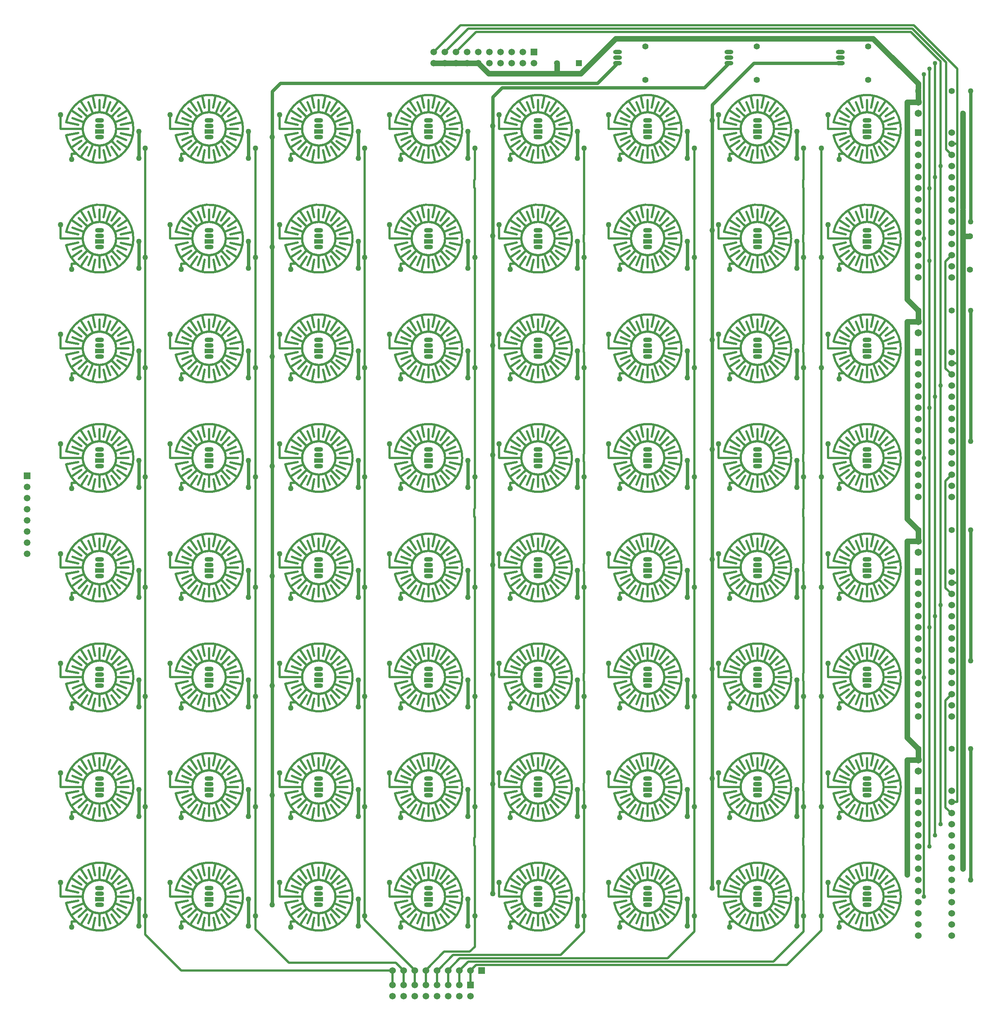
<source format=gbl>
%FSAX23Y23*%
%MOIN*%
G70*
G01*
G75*
G04 Layer_Physical_Order=2*
G04 Layer_Color=16711680*
G04:AMPARAMS|DCode=10|XSize=200mil|YSize=70mil|CornerRadius=18mil|HoleSize=0mil|Usage=FLASHONLY|Rotation=180.000|XOffset=0mil|YOffset=0mil|HoleType=Round|Shape=RoundedRectangle|*
%AMROUNDEDRECTD10*
21,1,0.200,0.035,0,0,180.0*
21,1,0.165,0.070,0,0,180.0*
1,1,0.035,-0.083,0.018*
1,1,0.035,0.083,0.018*
1,1,0.035,0.083,-0.018*
1,1,0.035,-0.083,-0.018*
%
%ADD10ROUNDEDRECTD10*%
%ADD11R,0.200X0.070*%
%ADD12C,0.030*%
%ADD13C,0.050*%
%ADD14C,0.020*%
%ADD15C,0.059*%
%ADD16R,0.059X0.059*%
%ADD17C,0.053*%
%ADD18R,0.053X0.053*%
%ADD19C,0.050*%
%ADD20O,0.080X0.040*%
%ADD21R,0.080X0.040*%
%ADD22C,0.055*%
%ADD23O,0.079X0.039*%
%ADD24O,0.079X0.039*%
%ADD25C,0.060*%
%ADD26R,0.060X0.060*%
%ADD27R,0.059X0.059*%
%ADD28R,0.060X0.060*%
%ADD29C,0.065*%
%ADD30C,0.040*%
%ADD31R,0.010X0.010*%
D12*
X08675Y11205D02*
X09450D01*
X08300Y10830D02*
X08675Y11205D01*
X08300Y03800D02*
Y10830D01*
X08230Y10985D02*
X08450Y11205D01*
X07270Y11025D02*
X07450Y11205D01*
X04425Y11025D02*
X07270D01*
X04350Y10950D02*
X04425Y11025D01*
X06415Y10985D02*
X08230D01*
X06331Y10901D02*
X06415Y10985D01*
X05123Y03460D02*
Y03700D01*
X09060Y03460D02*
Y03700D01*
X08076Y03460D02*
Y03700D01*
X07091Y03460D02*
Y03700D01*
X04139Y03460D02*
Y03700D01*
X03154Y03460D02*
Y03700D01*
Y04444D02*
Y04684D01*
X04139Y04444D02*
Y04684D01*
X05123Y04444D02*
Y04684D01*
X06107Y04444D02*
Y04684D01*
X07091Y04444D02*
Y04684D01*
X08076Y04444D02*
Y04684D01*
X09060Y04444D02*
Y04684D01*
Y05429D02*
Y05669D01*
X08076Y05429D02*
Y05669D01*
X07091Y05429D02*
Y05669D01*
X06107Y05429D02*
Y05669D01*
X05123Y05429D02*
Y05669D01*
X04139Y05429D02*
Y05669D01*
X03154Y05429D02*
Y05669D01*
Y06413D02*
Y06653D01*
X04139Y06413D02*
Y06653D01*
X05123Y06413D02*
Y06653D01*
X06107Y06413D02*
Y06653D01*
X07091Y06413D02*
Y06653D01*
X08076Y06413D02*
Y06653D01*
X09060Y06413D02*
Y06653D01*
Y07397D02*
Y07637D01*
X08076Y07397D02*
Y07637D01*
X07091Y07397D02*
Y07637D01*
X06107Y07397D02*
Y07637D01*
X05123Y07397D02*
Y07637D01*
X04139Y07397D02*
Y07637D01*
X03154Y07397D02*
Y07637D01*
Y08381D02*
Y08621D01*
X04139Y08381D02*
Y08621D01*
X05123Y08381D02*
Y08621D01*
X06107Y08381D02*
Y08621D01*
X07091Y08381D02*
Y08621D01*
X08076Y08381D02*
Y08621D01*
X09060Y08381D02*
Y08621D01*
Y09366D02*
Y09606D01*
X08076Y09366D02*
Y09606D01*
X07091Y09366D02*
Y09606D01*
X06107Y09366D02*
Y09606D01*
X05123Y09366D02*
Y09606D01*
X04139Y09366D02*
Y09606D01*
X03154Y09366D02*
Y09606D01*
Y10350D02*
Y10590D01*
X04139Y10350D02*
Y10590D01*
X05123Y10350D02*
Y10590D01*
X06107Y10350D02*
Y10590D01*
X07091Y10350D02*
Y10590D01*
X08076Y10350D02*
Y10590D01*
X09060Y10350D02*
Y10590D01*
X04350Y03650D02*
Y10950D01*
X06331Y03750D02*
Y10901D01*
X10550Y09905D02*
X10550Y09905D01*
Y08785D02*
Y08790D01*
X10620Y09780D02*
Y10955D01*
Y07810D02*
Y08985D01*
Y05840D02*
Y07015D01*
Y03875D02*
Y05050D01*
X06107Y03460D02*
Y03700D01*
D13*
X06295Y11110D02*
X07120D01*
X06907Y11118D02*
Y11205D01*
X07120Y11110D02*
X07435Y11425D01*
X06290Y11115D02*
X06295D01*
X06200Y11205D02*
X06290Y11115D01*
X06100Y11205D02*
X06200D01*
X06000D02*
X06100D01*
X05900D02*
X06000D01*
X05800D02*
X05900D01*
X07435Y11425D02*
X09745D01*
X10150Y11020D01*
Y10980D02*
Y11020D01*
X10550Y09905D02*
Y10755D01*
Y07910D02*
Y08785D01*
Y05940D02*
Y06814D01*
X10050Y10855D02*
X10150D01*
X10050Y09085D02*
X10150Y08985D01*
Y08885D02*
Y08985D01*
X10050Y08885D02*
X10150D01*
Y04950D02*
Y05050D01*
X10050Y04950D02*
X10150D01*
X10050Y03920D02*
Y04950D01*
X10150Y10855D02*
Y10955D01*
Y06915D02*
Y07015D01*
X10050Y07115D02*
X10150Y07015D01*
X10050Y07115D02*
Y08885D01*
Y09085D02*
Y09825D01*
Y10855D01*
Y05150D02*
X10150Y05050D01*
X10050Y05150D02*
Y06915D01*
X10150D01*
X10550Y09650D02*
X10550Y08790D01*
Y04850D02*
Y05940D01*
Y03975D02*
Y04850D01*
Y06814D02*
Y07910D01*
X10550Y09650D02*
Y09885D01*
Y09650D02*
X10615D01*
D14*
X09690Y03875D02*
G03*
X09540Y03725I00000J-00150D01*
G01*
X09840D02*
G03*
X09690Y03875I-00150J00000D01*
G01*
X08706D02*
G03*
X08556Y03725I00000J-00150D01*
G01*
X08856D02*
G03*
X08706Y03875I-00150J00000D01*
G01*
X09690Y03575D02*
G03*
X09840Y03725I00000J00150D01*
G01*
X09540D02*
G03*
X09690Y03575I00150J00000D01*
G01*
X08706D02*
G03*
X08856Y03725I00000J00150D01*
G01*
X08556D02*
G03*
X08706Y03575I00150J00000D01*
G01*
X07721Y03875D02*
G03*
X07571Y03725I00000J-00150D01*
G01*
X07871D02*
G03*
X07721Y03875I-00150J00000D01*
G01*
Y03575D02*
G03*
X07871Y03725I00000J00150D01*
G01*
X07571D02*
G03*
X07721Y03575I00150J00000D01*
G01*
X06737Y03875D02*
G03*
X06587Y03725I00000J-00150D01*
G01*
X06887D02*
G03*
X06737Y03875I-00150J00000D01*
G01*
Y03575D02*
G03*
X06887Y03725I00000J00150D01*
G01*
X06587D02*
G03*
X06737Y03575I00150J00000D01*
G01*
X04769Y03875D02*
G03*
X04619Y03725I00000J-00150D01*
G01*
X04919D02*
G03*
X04769Y03875I-00150J00000D01*
G01*
X05753D02*
G03*
X05603Y03725I00000J-00150D01*
G01*
X05903D02*
G03*
X05753Y03875I-00150J00000D01*
G01*
Y03575D02*
G03*
X05903Y03725I00000J00150D01*
G01*
X05603D02*
G03*
X05753Y03575I00150J00000D01*
G01*
X04769D02*
G03*
X04919Y03725I00000J00150D01*
G01*
X04619D02*
G03*
X04769Y03575I00150J00000D01*
G01*
X03784Y03875D02*
G03*
X03634Y03725I00000J-00150D01*
G01*
X03934D02*
G03*
X03784Y03875I-00150J00000D01*
G01*
Y03575D02*
G03*
X03934Y03725I00000J00150D01*
G01*
X03634D02*
G03*
X03784Y03575I00150J00000D01*
G01*
X02800Y03875D02*
G03*
X02650Y03725I00000J-00150D01*
G01*
X02950D02*
G03*
X02800Y03875I-00150J00000D01*
G01*
Y03575D02*
G03*
X02950Y03725I00000J00150D01*
G01*
X02650D02*
G03*
X02800Y03575I00150J00000D01*
G01*
X09690Y04859D02*
G03*
X09540Y04709I00000J-00150D01*
G01*
X09840D02*
G03*
X09690Y04859I-00150J00000D01*
G01*
X08706D02*
G03*
X08556Y04709I00000J-00150D01*
G01*
X08856D02*
G03*
X08706Y04859I-00150J00000D01*
G01*
X09690Y04559D02*
G03*
X09840Y04709I00000J00150D01*
G01*
X09540D02*
G03*
X09690Y04559I00150J00000D01*
G01*
X08706D02*
G03*
X08856Y04709I00000J00150D01*
G01*
X08556D02*
G03*
X08706Y04559I00150J00000D01*
G01*
X07721Y04859D02*
G03*
X07571Y04709I00000J-00150D01*
G01*
X07871D02*
G03*
X07721Y04859I-00150J00000D01*
G01*
Y04559D02*
G03*
X07871Y04709I00000J00150D01*
G01*
X07571D02*
G03*
X07721Y04559I00150J00000D01*
G01*
X06737Y04859D02*
G03*
X06587Y04709I00000J-00150D01*
G01*
X06887D02*
G03*
X06737Y04859I-00150J00000D01*
G01*
Y04559D02*
G03*
X06887Y04709I00000J00150D01*
G01*
X06587D02*
G03*
X06737Y04559I00150J00000D01*
G01*
X05753Y04859D02*
G03*
X05603Y04709I00000J-00150D01*
G01*
X05903D02*
G03*
X05753Y04859I-00150J00000D01*
G01*
X04769D02*
G03*
X04619Y04709I00000J-00150D01*
G01*
X04919D02*
G03*
X04769Y04859I-00150J00000D01*
G01*
X05753Y04559D02*
G03*
X05903Y04709I00000J00150D01*
G01*
X05603D02*
G03*
X05753Y04559I00150J00000D01*
G01*
X04769D02*
G03*
X04919Y04709I00000J00150D01*
G01*
X04619D02*
G03*
X04769Y04559I00150J00000D01*
G01*
X03784Y04859D02*
G03*
X03634Y04709I00000J-00150D01*
G01*
X03934D02*
G03*
X03784Y04859I-00150J00000D01*
G01*
Y04559D02*
G03*
X03934Y04709I00000J00150D01*
G01*
X03634D02*
G03*
X03784Y04559I00150J00000D01*
G01*
X02800Y04859D02*
G03*
X02650Y04709I00000J-00150D01*
G01*
X02950D02*
G03*
X02800Y04859I-00150J00000D01*
G01*
Y04559D02*
G03*
X02950Y04709I00000J00150D01*
G01*
X02650D02*
G03*
X02800Y04559I00150J00000D01*
G01*
X09690Y05844D02*
G03*
X09540Y05694I00000J-00150D01*
G01*
X09840D02*
G03*
X09690Y05844I-00150J00000D01*
G01*
X08706D02*
G03*
X08556Y05694I00000J-00150D01*
G01*
X08856D02*
G03*
X08706Y05844I-00150J00000D01*
G01*
X09690Y05544D02*
G03*
X09840Y05694I00000J00150D01*
G01*
X09540D02*
G03*
X09690Y05544I00150J00000D01*
G01*
X08706D02*
G03*
X08856Y05694I00000J00150D01*
G01*
X08556D02*
G03*
X08706Y05544I00150J00000D01*
G01*
X07721Y05844D02*
G03*
X07571Y05694I00000J-00150D01*
G01*
X07871D02*
G03*
X07721Y05844I-00150J00000D01*
G01*
Y05544D02*
G03*
X07871Y05694I00000J00150D01*
G01*
X07571D02*
G03*
X07721Y05544I00150J00000D01*
G01*
X06737Y05844D02*
G03*
X06587Y05694I00000J-00150D01*
G01*
X06887D02*
G03*
X06737Y05844I-00150J00000D01*
G01*
Y05544D02*
G03*
X06887Y05694I00000J00150D01*
G01*
X06587D02*
G03*
X06737Y05544I00150J00000D01*
G01*
X04769Y05844D02*
G03*
X04619Y05694I00000J-00150D01*
G01*
X04919D02*
G03*
X04769Y05844I-00150J00000D01*
G01*
X05753D02*
G03*
X05603Y05694I00000J-00150D01*
G01*
X05903D02*
G03*
X05753Y05844I-00150J00000D01*
G01*
Y05544D02*
G03*
X05903Y05694I00000J00150D01*
G01*
X05603D02*
G03*
X05753Y05544I00150J00000D01*
G01*
X04769D02*
G03*
X04919Y05694I00000J00150D01*
G01*
X04619D02*
G03*
X04769Y05544I00150J00000D01*
G01*
X03784Y05844D02*
G03*
X03634Y05694I00000J-00150D01*
G01*
X03934D02*
G03*
X03784Y05844I-00150J00000D01*
G01*
Y05544D02*
G03*
X03934Y05694I00000J00150D01*
G01*
X03634D02*
G03*
X03784Y05544I00150J00000D01*
G01*
X02800Y05844D02*
G03*
X02650Y05694I00000J-00150D01*
G01*
X02950D02*
G03*
X02800Y05844I-00150J00000D01*
G01*
Y05544D02*
G03*
X02950Y05694I00000J00150D01*
G01*
X02650D02*
G03*
X02800Y05544I00150J00000D01*
G01*
X09690Y06828D02*
G03*
X09540Y06678I00000J-00150D01*
G01*
X09840D02*
G03*
X09690Y06828I-00150J00000D01*
G01*
X08706D02*
G03*
X08556Y06678I00000J-00150D01*
G01*
X08856D02*
G03*
X08706Y06828I-00150J00000D01*
G01*
X09690Y06528D02*
G03*
X09840Y06678I00000J00150D01*
G01*
X09540D02*
G03*
X09690Y06528I00150J00000D01*
G01*
X08706D02*
G03*
X08856Y06678I00000J00150D01*
G01*
X08556D02*
G03*
X08706Y06528I00150J00000D01*
G01*
X07721Y06828D02*
G03*
X07571Y06678I00000J-00150D01*
G01*
X07871D02*
G03*
X07721Y06828I-00150J00000D01*
G01*
Y06528D02*
G03*
X07871Y06678I00000J00150D01*
G01*
X07571D02*
G03*
X07721Y06528I00150J00000D01*
G01*
X06737Y06828D02*
G03*
X06587Y06678I00000J-00150D01*
G01*
X06887D02*
G03*
X06737Y06828I-00150J00000D01*
G01*
Y06528D02*
G03*
X06887Y06678I00000J00150D01*
G01*
X06587D02*
G03*
X06737Y06528I00150J00000D01*
G01*
X04769Y06828D02*
G03*
X04619Y06678I00000J-00150D01*
G01*
X04919D02*
G03*
X04769Y06828I-00150J00000D01*
G01*
X05753D02*
G03*
X05603Y06678I00000J-00150D01*
G01*
X05903D02*
G03*
X05753Y06828I-00150J00000D01*
G01*
Y06528D02*
G03*
X05903Y06678I00000J00150D01*
G01*
X05603D02*
G03*
X05753Y06528I00150J00000D01*
G01*
X04769D02*
G03*
X04919Y06678I00000J00150D01*
G01*
X04619D02*
G03*
X04769Y06528I00150J00000D01*
G01*
X03784Y06828D02*
G03*
X03634Y06678I00000J-00150D01*
G01*
X03934D02*
G03*
X03784Y06828I-00150J00000D01*
G01*
Y06528D02*
G03*
X03934Y06678I00000J00150D01*
G01*
X03634D02*
G03*
X03784Y06528I00150J00000D01*
G01*
X02800Y06828D02*
G03*
X02650Y06678I00000J-00150D01*
G01*
X02950D02*
G03*
X02800Y06828I-00150J00000D01*
G01*
Y06528D02*
G03*
X02950Y06678I00000J00150D01*
G01*
X02650D02*
G03*
X02800Y06528I00150J00000D01*
G01*
X09690Y07812D02*
G03*
X09540Y07662I00000J-00150D01*
G01*
X09840D02*
G03*
X09690Y07812I-00150J00000D01*
G01*
X08706D02*
G03*
X08556Y07662I00000J-00150D01*
G01*
X08856D02*
G03*
X08706Y07812I-00150J00000D01*
G01*
X09690Y07512D02*
G03*
X09840Y07662I00000J00150D01*
G01*
X09540D02*
G03*
X09690Y07512I00150J00000D01*
G01*
X08706D02*
G03*
X08856Y07662I00000J00150D01*
G01*
X08556D02*
G03*
X08706Y07512I00150J00000D01*
G01*
X07721Y07812D02*
G03*
X07571Y07662I00000J-00150D01*
G01*
X07871D02*
G03*
X07721Y07812I-00150J00000D01*
G01*
Y07512D02*
G03*
X07871Y07662I00000J00150D01*
G01*
X07571D02*
G03*
X07721Y07512I00150J00000D01*
G01*
X06737Y07812D02*
G03*
X06587Y07662I00000J-00150D01*
G01*
X06887D02*
G03*
X06737Y07812I-00150J00000D01*
G01*
Y07512D02*
G03*
X06887Y07662I00000J00150D01*
G01*
X06587D02*
G03*
X06737Y07512I00150J00000D01*
G01*
X04769Y07812D02*
G03*
X04619Y07662I00000J-00150D01*
G01*
X04919D02*
G03*
X04769Y07812I-00150J00000D01*
G01*
X05753D02*
G03*
X05603Y07662I00000J-00150D01*
G01*
X05903D02*
G03*
X05753Y07812I-00150J00000D01*
G01*
Y07512D02*
G03*
X05903Y07662I00000J00150D01*
G01*
X05603D02*
G03*
X05753Y07512I00150J00000D01*
G01*
X04769D02*
G03*
X04919Y07662I00000J00150D01*
G01*
X04619D02*
G03*
X04769Y07512I00150J00000D01*
G01*
X03784Y07812D02*
G03*
X03634Y07662I00000J-00150D01*
G01*
X03934D02*
G03*
X03784Y07812I-00150J00000D01*
G01*
Y07512D02*
G03*
X03934Y07662I00000J00150D01*
G01*
X03634D02*
G03*
X03784Y07512I00150J00000D01*
G01*
X02800Y07812D02*
G03*
X02650Y07662I00000J-00150D01*
G01*
X02950D02*
G03*
X02800Y07812I-00150J00000D01*
G01*
Y07512D02*
G03*
X02950Y07662I00000J00150D01*
G01*
X02650D02*
G03*
X02800Y07512I00150J00000D01*
G01*
X09690Y08796D02*
G03*
X09540Y08646I00000J-00150D01*
G01*
X09840D02*
G03*
X09690Y08796I-00150J00000D01*
G01*
X08706D02*
G03*
X08556Y08646I00000J-00150D01*
G01*
X08856D02*
G03*
X08706Y08796I-00150J00000D01*
G01*
X09690Y08496D02*
G03*
X09840Y08646I00000J00150D01*
G01*
X09540D02*
G03*
X09690Y08496I00150J00000D01*
G01*
X08706D02*
G03*
X08856Y08646I00000J00150D01*
G01*
X08556D02*
G03*
X08706Y08496I00150J00000D01*
G01*
X07721Y08796D02*
G03*
X07571Y08646I00000J-00150D01*
G01*
X07871D02*
G03*
X07721Y08796I-00150J00000D01*
G01*
Y08496D02*
G03*
X07871Y08646I00000J00150D01*
G01*
X07571D02*
G03*
X07721Y08496I00150J00000D01*
G01*
X06737Y08796D02*
G03*
X06587Y08646I00000J-00150D01*
G01*
X06887D02*
G03*
X06737Y08796I-00150J00000D01*
G01*
Y08496D02*
G03*
X06887Y08646I00000J00150D01*
G01*
X06587D02*
G03*
X06737Y08496I00150J00000D01*
G01*
X04769Y08796D02*
G03*
X04619Y08646I00000J-00150D01*
G01*
X04919D02*
G03*
X04769Y08796I-00150J00000D01*
G01*
X05753D02*
G03*
X05603Y08646I00000J-00150D01*
G01*
X05903D02*
G03*
X05753Y08796I-00150J00000D01*
G01*
Y08496D02*
G03*
X05903Y08646I00000J00150D01*
G01*
X05603D02*
G03*
X05753Y08496I00150J00000D01*
G01*
X04769D02*
G03*
X04919Y08646I00000J00150D01*
G01*
X04619D02*
G03*
X04769Y08496I00150J00000D01*
G01*
X03784Y08796D02*
G03*
X03634Y08646I00000J-00150D01*
G01*
X03934D02*
G03*
X03784Y08796I-00150J00000D01*
G01*
Y08496D02*
G03*
X03934Y08646I00000J00150D01*
G01*
X03634D02*
G03*
X03784Y08496I00150J00000D01*
G01*
X02800Y08796D02*
G03*
X02650Y08646I00000J-00150D01*
G01*
X02950D02*
G03*
X02800Y08796I-00150J00000D01*
G01*
Y08496D02*
G03*
X02950Y08646I00000J00150D01*
G01*
X02650D02*
G03*
X02800Y08496I00150J00000D01*
G01*
X09690Y09781D02*
G03*
X09540Y09631I00000J-00150D01*
G01*
X09840D02*
G03*
X09690Y09781I-00150J00000D01*
G01*
X08706D02*
G03*
X08556Y09631I00000J-00150D01*
G01*
X08856D02*
G03*
X08706Y09781I-00150J00000D01*
G01*
X09690Y09481D02*
G03*
X09840Y09631I00000J00150D01*
G01*
X09540D02*
G03*
X09690Y09481I00150J00000D01*
G01*
X08706D02*
G03*
X08856Y09631I00000J00150D01*
G01*
X08556D02*
G03*
X08706Y09481I00150J00000D01*
G01*
X07721Y09781D02*
G03*
X07571Y09631I00000J-00150D01*
G01*
X07871D02*
G03*
X07721Y09781I-00150J00000D01*
G01*
Y09481D02*
G03*
X07871Y09631I00000J00150D01*
G01*
X07571D02*
G03*
X07721Y09481I00150J00000D01*
G01*
X06737Y09781D02*
G03*
X06587Y09631I00000J-00150D01*
G01*
X06887D02*
G03*
X06737Y09781I-00150J00000D01*
G01*
Y09481D02*
G03*
X06887Y09631I00000J00150D01*
G01*
X06587D02*
G03*
X06737Y09481I00150J00000D01*
G01*
X04769Y09781D02*
G03*
X04619Y09631I00000J-00150D01*
G01*
X04919D02*
G03*
X04769Y09781I-00150J00000D01*
G01*
X05753D02*
G03*
X05603Y09631I00000J-00150D01*
G01*
X05903D02*
G03*
X05753Y09781I-00150J00000D01*
G01*
Y09481D02*
G03*
X05903Y09631I00000J00150D01*
G01*
X05603D02*
G03*
X05753Y09481I00150J00000D01*
G01*
X04769D02*
G03*
X04919Y09631I00000J00150D01*
G01*
X04619D02*
G03*
X04769Y09481I00150J00000D01*
G01*
X03784Y09781D02*
G03*
X03634Y09631I00000J-00150D01*
G01*
X03934D02*
G03*
X03784Y09781I-00150J00000D01*
G01*
Y09481D02*
G03*
X03934Y09631I00000J00150D01*
G01*
X03634D02*
G03*
X03784Y09481I00150J00000D01*
G01*
X02800Y09781D02*
G03*
X02650Y09631I00000J-00150D01*
G01*
X02950D02*
G03*
X02800Y09781I-00150J00000D01*
G01*
Y09481D02*
G03*
X02950Y09631I00000J00150D01*
G01*
X02650D02*
G03*
X02800Y09481I00150J00000D01*
G01*
X09690Y10765D02*
G03*
X09540Y10615I00000J-00150D01*
G01*
X09840D02*
G03*
X09690Y10765I-00150J00000D01*
G01*
X08706D02*
G03*
X08556Y10615I00000J-00150D01*
G01*
X08856D02*
G03*
X08706Y10765I-00150J00000D01*
G01*
X09690Y10465D02*
G03*
X09840Y10615I00000J00150D01*
G01*
X09540D02*
G03*
X09690Y10465I00150J00000D01*
G01*
X08706D02*
G03*
X08856Y10615I00000J00150D01*
G01*
X08556D02*
G03*
X08706Y10465I00150J00000D01*
G01*
X07721Y10765D02*
G03*
X07571Y10615I00000J-00150D01*
G01*
X07871D02*
G03*
X07721Y10765I-00150J00000D01*
G01*
Y10465D02*
G03*
X07871Y10615I00000J00150D01*
G01*
X07571D02*
G03*
X07721Y10465I00150J00000D01*
G01*
X06737Y10765D02*
G03*
X06587Y10615I00000J-00150D01*
G01*
X06887D02*
G03*
X06737Y10765I-00150J00000D01*
G01*
Y10465D02*
G03*
X06887Y10615I00000J00150D01*
G01*
X06587D02*
G03*
X06737Y10465I00150J00000D01*
G01*
X04769Y10765D02*
G03*
X04619Y10615I00000J-00150D01*
G01*
X04919D02*
G03*
X04769Y10765I-00150J00000D01*
G01*
X05753D02*
G03*
X05603Y10615I00000J-00150D01*
G01*
X05903D02*
G03*
X05753Y10765I-00150J00000D01*
G01*
Y10465D02*
G03*
X05903Y10615I00000J00150D01*
G01*
X05603D02*
G03*
X05753Y10465I00150J00000D01*
G01*
X04769D02*
G03*
X04919Y10615I00000J00150D01*
G01*
X04619D02*
G03*
X04769Y10465I00150J00000D01*
G01*
X03784Y10765D02*
G03*
X03634Y10615I00000J-00150D01*
G01*
X03934D02*
G03*
X03784Y10765I-00150J00000D01*
G01*
Y10465D02*
G03*
X03934Y10615I00000J00150D01*
G01*
X03634D02*
G03*
X03784Y10465I00150J00000D01*
G01*
X02800Y10765D02*
G03*
X02650Y10615I00000J-00150D01*
G01*
X02950D02*
G03*
X02800Y10765I-00150J00000D01*
G01*
Y10465D02*
G03*
X02950Y10615I00000J00150D01*
G01*
X02650D02*
G03*
X02800Y10465I00150J00000D01*
G01*
X09390Y10557D02*
G03*
X09391Y10674I00299J00058D01*
G01*
X08406Y10557D02*
G03*
X08406Y10674I00299J00058D01*
G01*
X07422Y10557D02*
G03*
X07422Y10674I00299J00058D01*
G01*
X06438Y10557D02*
G03*
X06438Y10674I00299J00058D01*
G01*
X05453Y10557D02*
G03*
X05454Y10674I00299J00058D01*
G01*
X04469Y10557D02*
G03*
X04469Y10674I00299J00058D01*
G01*
X03485Y10557D02*
G03*
X03485Y10674I00299J00058D01*
G01*
X02501Y10557D02*
G03*
X02501Y10674I00299J00058D01*
G01*
X09390Y09572D02*
G03*
X09391Y09690I00299J00058D01*
G01*
X08406Y09572D02*
G03*
X08406Y09690I00299J00058D01*
G01*
X07422Y09572D02*
G03*
X07422Y09690I00299J00058D01*
G01*
X06438Y09572D02*
G03*
X06438Y09690I00299J00058D01*
G01*
X05453Y09572D02*
G03*
X05454Y09690I00299J00058D01*
G01*
X04469Y09572D02*
G03*
X04469Y09690I00299J00058D01*
G01*
X03485Y09572D02*
G03*
X03485Y09690I00299J00058D01*
G01*
X02501Y09572D02*
G03*
X02501Y09690I00299J00058D01*
G01*
X09390Y08588D02*
G03*
X09391Y08706I00299J00058D01*
G01*
X08406Y08588D02*
G03*
X08406Y08706I00299J00058D01*
G01*
X07422Y08588D02*
G03*
X07422Y08706I00299J00058D01*
G01*
X06438Y08588D02*
G03*
X06438Y08706I00299J00058D01*
G01*
X05453Y08588D02*
G03*
X05454Y08706I00299J00058D01*
G01*
X04469Y08588D02*
G03*
X04469Y08706I00299J00058D01*
G01*
X03485Y08588D02*
G03*
X03485Y08706I00299J00058D01*
G01*
X02501Y08588D02*
G03*
X02501Y08706I00299J00058D01*
G01*
X09390Y07604D02*
G03*
X09391Y07721I00299J00058D01*
G01*
X08406Y07604D02*
G03*
X08406Y07721I00299J00058D01*
G01*
X07422Y07604D02*
G03*
X07422Y07721I00299J00058D01*
G01*
X06438Y07604D02*
G03*
X06438Y07721I00299J00058D01*
G01*
X05453Y07604D02*
G03*
X05454Y07721I00299J00058D01*
G01*
X04469Y07604D02*
G03*
X04469Y07721I00299J00058D01*
G01*
X03485Y07604D02*
G03*
X03485Y07721I00299J00058D01*
G01*
X02501Y07604D02*
G03*
X02501Y07721I00299J00058D01*
G01*
X09390Y06620D02*
G03*
X09391Y06737I00299J00058D01*
G01*
X08406Y06620D02*
G03*
X08406Y06737I00299J00058D01*
G01*
X07422Y06620D02*
G03*
X07422Y06737I00299J00058D01*
G01*
X06438Y06620D02*
G03*
X06438Y06737I00299J00058D01*
G01*
X05453Y06620D02*
G03*
X05454Y06737I00299J00058D01*
G01*
X04469Y06620D02*
G03*
X04469Y06737I00299J00058D01*
G01*
X03485Y06620D02*
G03*
X03485Y06737I00299J00058D01*
G01*
X02501Y06620D02*
G03*
X02501Y06737I00299J00058D01*
G01*
X09390Y05635D02*
G03*
X09391Y05753I00299J00058D01*
G01*
X08406Y05635D02*
G03*
X08406Y05753I00299J00058D01*
G01*
X07422Y05635D02*
G03*
X07422Y05753I00299J00058D01*
G01*
X06438Y05635D02*
G03*
X06438Y05753I00299J00058D01*
G01*
X05453Y05635D02*
G03*
X05454Y05753I00299J00058D01*
G01*
X04469Y05635D02*
G03*
X04469Y05753I00299J00058D01*
G01*
X03485Y05635D02*
G03*
X03485Y05753I00299J00058D01*
G01*
X02501Y05635D02*
G03*
X02501Y05753I00299J00058D01*
G01*
X09390Y04651D02*
G03*
X09391Y04769I00299J00058D01*
G01*
X08406Y04651D02*
G03*
X08406Y04769I00299J00058D01*
G01*
X07422Y04651D02*
G03*
X07422Y04769I00299J00058D01*
G01*
X06438Y04651D02*
G03*
X06438Y04769I00299J00058D01*
G01*
X05453Y04651D02*
G03*
X05454Y04769I00299J00058D01*
G01*
X04469Y04651D02*
G03*
X04469Y04769I00299J00058D01*
G01*
X03485Y04651D02*
G03*
X03485Y04769I00299J00058D01*
G01*
X02501Y04651D02*
G03*
X02501Y04769I00299J00058D01*
G01*
X09390Y03667D02*
G03*
X09391Y03784I00299J00058D01*
G01*
X08406Y03667D02*
G03*
X08406Y03784I00299J00058D01*
G01*
X07422Y03667D02*
G03*
X07422Y03784I00299J00058D01*
G01*
X06438Y03667D02*
G03*
X06438Y03784I00299J00058D01*
G01*
X05453Y03667D02*
G03*
X05454Y03784I00299J00058D01*
G01*
X04469Y03667D02*
G03*
X04469Y03784I00299J00058D01*
G01*
X03485Y03667D02*
G03*
X03485Y03784I00299J00058D01*
G01*
X02501Y03667D02*
G03*
X02501Y03784I00299J00058D01*
G01*
X02950Y03725D02*
G03*
X02950Y03725I-00150J00000D01*
G01*
X03934D02*
G03*
X03934Y03725I-00150J00000D01*
G01*
X04919D02*
G03*
X04919Y03725I-00150J00000D01*
G01*
X05903D02*
G03*
X05903Y03725I-00150J00000D01*
G01*
X06887D02*
G03*
X06887Y03725I-00150J00000D01*
G01*
X07871D02*
G03*
X07871Y03725I-00150J00000D01*
G01*
X08856D02*
G03*
X08856Y03725I-00150J00000D01*
G01*
X09840D02*
G03*
X09840Y03725I-00150J00000D01*
G01*
X02950Y04709D02*
G03*
X02950Y04709I-00150J00000D01*
G01*
X03934D02*
G03*
X03934Y04709I-00150J00000D01*
G01*
X04919D02*
G03*
X04919Y04709I-00150J00000D01*
G01*
X05903D02*
G03*
X05903Y04709I-00150J00000D01*
G01*
X06887D02*
G03*
X06887Y04709I-00150J00000D01*
G01*
X07871D02*
G03*
X07871Y04709I-00150J00000D01*
G01*
X08856D02*
G03*
X08856Y04709I-00150J00000D01*
G01*
X09840D02*
G03*
X09840Y04709I-00150J00000D01*
G01*
X02950Y05694D02*
G03*
X02950Y05694I-00150J00000D01*
G01*
X03934D02*
G03*
X03934Y05694I-00150J00000D01*
G01*
X04919D02*
G03*
X04919Y05694I-00150J00000D01*
G01*
X05903D02*
G03*
X05903Y05694I-00150J00000D01*
G01*
X06887D02*
G03*
X06887Y05694I-00150J00000D01*
G01*
X07871D02*
G03*
X07871Y05694I-00150J00000D01*
G01*
X08856D02*
G03*
X08856Y05694I-00150J00000D01*
G01*
X09840D02*
G03*
X09840Y05694I-00150J00000D01*
G01*
X02950Y06678D02*
G03*
X02950Y06678I-00150J00000D01*
G01*
X03934D02*
G03*
X03934Y06678I-00150J00000D01*
G01*
X04919D02*
G03*
X04919Y06678I-00150J00000D01*
G01*
X05903D02*
G03*
X05903Y06678I-00150J00000D01*
G01*
X06887D02*
G03*
X06887Y06678I-00150J00000D01*
G01*
X07871D02*
G03*
X07871Y06678I-00150J00000D01*
G01*
X08856D02*
G03*
X08856Y06678I-00150J00000D01*
G01*
X09840D02*
G03*
X09840Y06678I-00150J00000D01*
G01*
X02950Y07662D02*
G03*
X02950Y07662I-00150J00000D01*
G01*
X03934D02*
G03*
X03934Y07662I-00150J00000D01*
G01*
X04919D02*
G03*
X04919Y07662I-00150J00000D01*
G01*
X05903D02*
G03*
X05903Y07662I-00150J00000D01*
G01*
X06887D02*
G03*
X06887Y07662I-00150J00000D01*
G01*
X07871D02*
G03*
X07871Y07662I-00150J00000D01*
G01*
X08856D02*
G03*
X08856Y07662I-00150J00000D01*
G01*
X09840D02*
G03*
X09840Y07662I-00150J00000D01*
G01*
X02950Y08646D02*
G03*
X02950Y08646I-00150J00000D01*
G01*
X03934D02*
G03*
X03934Y08646I-00150J00000D01*
G01*
X04919D02*
G03*
X04919Y08646I-00150J00000D01*
G01*
X05903D02*
G03*
X05903Y08646I-00150J00000D01*
G01*
X06887D02*
G03*
X06887Y08646I-00150J00000D01*
G01*
X07871D02*
G03*
X07871Y08646I-00150J00000D01*
G01*
X08856D02*
G03*
X08856Y08646I-00150J00000D01*
G01*
X09840D02*
G03*
X09840Y08646I-00150J00000D01*
G01*
X02950Y09631D02*
G03*
X02950Y09631I-00150J00000D01*
G01*
X03934D02*
G03*
X03934Y09631I-00150J00000D01*
G01*
X04919D02*
G03*
X04919Y09631I-00150J00000D01*
G01*
X05903D02*
G03*
X05903Y09631I-00150J00000D01*
G01*
X06887D02*
G03*
X06887Y09631I-00150J00000D01*
G01*
X07871D02*
G03*
X07871Y09631I-00150J00000D01*
G01*
X08856D02*
G03*
X08856Y09631I-00150J00000D01*
G01*
X09840D02*
G03*
X09840Y09631I-00150J00000D01*
G01*
X02950Y10615D02*
G03*
X02950Y10615I-00150J00000D01*
G01*
X03934D02*
G03*
X03934Y10615I-00150J00000D01*
G01*
X04919D02*
G03*
X04919Y10615I-00150J00000D01*
G01*
X05903D02*
G03*
X05903Y10615I-00150J00000D01*
G01*
X06887D02*
G03*
X06887Y10615I-00150J00000D01*
G01*
X07871D02*
G03*
X07871Y10615I-00150J00000D01*
G01*
X08856D02*
G03*
X08856Y10615I-00150J00000D01*
G01*
X09840D02*
G03*
X09840Y10615I-00150J00000D01*
G01*
X10500Y08510D02*
Y11155D01*
X10110Y11545D02*
X10500Y11155D01*
X10400Y10430D02*
Y11213D01*
Y10430D02*
X10450Y10380D01*
X10098Y11515D02*
X10400Y11213D01*
X10085Y11485D02*
X10325Y11245D01*
Y11245D02*
Y11245D01*
Y11245D02*
X10350Y11220D01*
Y04375D02*
Y11220D01*
X06130Y02930D02*
Y03060D01*
X05930Y02930D02*
Y03060D01*
X05830Y02930D02*
Y03060D01*
X05180Y05520D02*
Y10440D01*
Y03550D02*
Y05520D01*
X05530Y02930D02*
Y03060D01*
X07150Y03550D02*
Y03690D01*
Y03410D02*
Y03550D01*
X06170Y03545D02*
X06171Y03544D01*
X06170Y03545D02*
Y03550D01*
X03210D02*
Y04530D01*
Y03385D02*
Y03550D01*
X09280Y03420D02*
Y03550D01*
X09120Y03410D02*
Y03550D01*
X08140Y03410D02*
Y03550D01*
X04200Y03430D02*
Y03550D01*
X06180Y11485D02*
X10085D01*
X06110Y11515D02*
X10098D01*
X06040Y11545D02*
X10110D01*
X10300Y04275D02*
Y11205D01*
X09690Y03875D02*
Y03985D01*
X08706Y03875D02*
Y03985D01*
X09385Y03725D02*
X09540D01*
X09340D02*
X09385D01*
X08856D02*
X08966D01*
X07721Y03875D02*
Y03985D01*
X06737Y03875D02*
Y03985D01*
X05903Y03725D02*
X06013D01*
X09840D02*
X09950D01*
X08401D02*
X08556D01*
X08356D02*
X08401D01*
X07871D02*
X07981D01*
X09690Y03465D02*
Y03575D01*
X08706Y03465D02*
Y03575D01*
X06887Y03725D02*
X06997D01*
X07416D02*
X07571D01*
X07371D02*
X07416D01*
X06432D02*
X06587D01*
X06387D02*
X06432D01*
X07721Y03465D02*
Y03575D01*
X06737Y03465D02*
Y03575D01*
X05753Y03875D02*
Y03985D01*
X04769Y03875D02*
Y03985D01*
X04919Y03725D02*
X05029D01*
X04464D02*
X04619D01*
X04419D02*
X04464D01*
X03784Y03875D02*
Y03985D01*
X02800Y03875D02*
Y03985D01*
X03479Y03725D02*
X03634D01*
X03434D02*
X03479D01*
X05448D02*
X05603D01*
X05403D02*
X05448D01*
X03934D02*
X04044D01*
X05753Y03465D02*
Y03575D01*
X04769Y03465D02*
Y03575D01*
X02950Y03725D02*
X03060D01*
X02495D02*
X02650D01*
X02450D02*
X02495D01*
X03784Y03465D02*
Y03575D01*
X02800Y03465D02*
Y03575D01*
X09690Y04859D02*
Y04969D01*
X08706Y04859D02*
Y04969D01*
X09385Y04709D02*
X09540D01*
X09340D02*
X09385D01*
X08856D02*
X08966D01*
X07721Y04859D02*
Y04969D01*
X06737Y04859D02*
Y04969D01*
X05903Y04709D02*
X06013D01*
X09840D02*
X09950D01*
X08401D02*
X08556D01*
X08356D02*
X08401D01*
X07871D02*
X07981D01*
X09690Y04449D02*
Y04559D01*
X08706Y04449D02*
Y04559D01*
X06887Y04709D02*
X06997D01*
X07416D02*
X07571D01*
X07371D02*
X07416D01*
X06432D02*
X06587D01*
X06387D02*
X06432D01*
X07721Y04449D02*
Y04559D01*
X06737Y04449D02*
Y04559D01*
X05753Y04859D02*
Y04969D01*
X04769Y04859D02*
Y04969D01*
X05448Y04709D02*
X05603D01*
X05403D02*
X05448D01*
X03784Y04859D02*
Y04969D01*
X02800Y04859D02*
Y04969D01*
X02950Y04709D02*
X03060D01*
X04919D02*
X05029D01*
X04464D02*
X04619D01*
X04419D02*
X04464D01*
X03934D02*
X04044D01*
X05753Y04449D02*
Y04559D01*
X04769Y04449D02*
Y04559D01*
X03479Y04709D02*
X03634D01*
X03434D02*
X03479D01*
X02495D02*
X02650D01*
X02450D02*
X02495D01*
X03784Y04449D02*
Y04559D01*
X02800Y04449D02*
Y04559D01*
X09690Y05844D02*
Y05954D01*
X08706Y05844D02*
Y05954D01*
X09385Y05694D02*
X09540D01*
X09340D02*
X09385D01*
X08856D02*
X08966D01*
X07721Y05844D02*
Y05954D01*
X06737Y05844D02*
Y05954D01*
X05903Y05694D02*
X06013D01*
X09840D02*
X09950D01*
X08401D02*
X08556D01*
X08356D02*
X08401D01*
X07871D02*
X07981D01*
X09690Y05434D02*
Y05544D01*
X08706Y05434D02*
Y05544D01*
X06887Y05694D02*
X06997D01*
X07416D02*
X07571D01*
X07371D02*
X07416D01*
X06432D02*
X06587D01*
X06387D02*
X06432D01*
X07721Y05434D02*
Y05544D01*
X06737Y05434D02*
Y05544D01*
X05753Y05844D02*
Y05954D01*
X04769Y05844D02*
Y05954D01*
X04919Y05694D02*
X05029D01*
X04464D02*
X04619D01*
X04419D02*
X04464D01*
X03784Y05844D02*
Y05954D01*
X02800Y05844D02*
Y05954D01*
X03934Y05694D02*
X04044D01*
X05448D02*
X05603D01*
X05403D02*
X05448D01*
X05753Y05434D02*
Y05544D01*
X04769Y05434D02*
Y05544D01*
X02950Y05694D02*
X03060D01*
X03479D02*
X03634D01*
X03434D02*
X03479D01*
X02495D02*
X02650D01*
X02450D02*
X02495D01*
X03784Y05434D02*
Y05544D01*
X02800Y05434D02*
Y05544D01*
X09690Y06828D02*
Y06938D01*
X08706Y06828D02*
Y06938D01*
X09385Y06678D02*
X09540D01*
X09340D02*
X09385D01*
X08856D02*
X08966D01*
X07721Y06828D02*
Y06938D01*
X06737Y06828D02*
Y06938D01*
X05903Y06678D02*
X06013D01*
X09840D02*
X09950D01*
X08401D02*
X08556D01*
X08356D02*
X08401D01*
X07871D02*
X07981D01*
X09690Y06418D02*
Y06528D01*
X08706Y06418D02*
Y06528D01*
X06887Y06678D02*
X06997D01*
X07416D02*
X07571D01*
X07371D02*
X07416D01*
X06432D02*
X06587D01*
X06387D02*
X06432D01*
X07721Y06418D02*
Y06528D01*
X06737Y06418D02*
Y06528D01*
X05753Y06828D02*
Y06938D01*
X04769Y06828D02*
Y06938D01*
X04919Y06678D02*
X05029D01*
X04464D02*
X04619D01*
X04419D02*
X04464D01*
X03784Y06828D02*
Y06938D01*
X02800Y06828D02*
Y06938D01*
X03479Y06678D02*
X03634D01*
X03434D02*
X03479D01*
X05448D02*
X05603D01*
X05403D02*
X05448D01*
X03934D02*
X04044D01*
X05753Y06418D02*
Y06528D01*
X04769Y06418D02*
Y06528D01*
X02950Y06678D02*
X03060D01*
X02495D02*
X02650D01*
X02450D02*
X02495D01*
X03784Y06418D02*
Y06528D01*
X02800Y06418D02*
Y06528D01*
X09690Y07812D02*
Y07922D01*
X08706Y07812D02*
Y07922D01*
X09385Y07662D02*
X09540D01*
X09340D02*
X09385D01*
X08856D02*
X08966D01*
X07721Y07812D02*
Y07922D01*
X06737Y07812D02*
Y07922D01*
X05903Y07662D02*
X06013D01*
X09840D02*
X09950D01*
X08401D02*
X08556D01*
X08356D02*
X08401D01*
X07871D02*
X07981D01*
X09690Y07402D02*
Y07512D01*
X08706Y07402D02*
Y07512D01*
X06887Y07662D02*
X06997D01*
X07416D02*
X07571D01*
X07371D02*
X07416D01*
X06432D02*
X06587D01*
X06387D02*
X06432D01*
X07721Y07402D02*
Y07512D01*
X06737Y07402D02*
Y07512D01*
X05753Y07812D02*
Y07922D01*
X04769Y07812D02*
Y07922D01*
X04919Y07662D02*
X05029D01*
X04464D02*
X04619D01*
X04419D02*
X04464D01*
X03784Y07812D02*
Y07922D01*
X02800Y07812D02*
Y07922D01*
X03479Y07662D02*
X03634D01*
X03434D02*
X03479D01*
X05448D02*
X05603D01*
X05403D02*
X05448D01*
X03934D02*
X04044D01*
X05753Y07402D02*
Y07512D01*
X04769Y07402D02*
Y07512D01*
X02950Y07662D02*
X03060D01*
X02495D02*
X02650D01*
X02450D02*
X02495D01*
X03784Y07402D02*
Y07512D01*
X02800Y07402D02*
Y07512D01*
X09690Y08796D02*
Y08906D01*
X08706Y08796D02*
Y08906D01*
X09385Y08646D02*
X09540D01*
X09340D02*
X09385D01*
X08856D02*
X08966D01*
X07721Y08796D02*
Y08906D01*
X06737Y08796D02*
Y08906D01*
X05903Y08646D02*
X06013D01*
X09840D02*
X09950D01*
X08401D02*
X08556D01*
X08356D02*
X08401D01*
X07871D02*
X07981D01*
X09690Y08386D02*
Y08496D01*
X08706Y08386D02*
Y08496D01*
X06887Y08646D02*
X06997D01*
X07416D02*
X07571D01*
X07371D02*
X07416D01*
X06432D02*
X06587D01*
X06387D02*
X06432D01*
X07721Y08386D02*
Y08496D01*
X06737Y08386D02*
Y08496D01*
X05753Y08796D02*
Y08906D01*
X04769Y08796D02*
Y08906D01*
X04919Y08646D02*
X05029D01*
X04464D02*
X04619D01*
X04419D02*
X04464D01*
X03784Y08796D02*
Y08906D01*
X02800Y08796D02*
Y08906D01*
X03479Y08646D02*
X03634D01*
X03434D02*
X03479D01*
X05448D02*
X05603D01*
X05403D02*
X05448D01*
X03934D02*
X04044D01*
X05753Y08386D02*
Y08496D01*
X04769Y08386D02*
Y08496D01*
X02950Y08646D02*
X03060D01*
X02495D02*
X02650D01*
X02450D02*
X02495D01*
X03784Y08386D02*
Y08496D01*
X02800Y08386D02*
Y08496D01*
X09690Y09781D02*
Y09891D01*
X08706Y09781D02*
Y09891D01*
X09385Y09631D02*
X09540D01*
X09340D02*
X09385D01*
X08856D02*
X08966D01*
X07721Y09781D02*
Y09891D01*
X06737Y09781D02*
Y09891D01*
X05903Y09631D02*
X06013D01*
X09840D02*
X09950D01*
X08401D02*
X08556D01*
X08356D02*
X08401D01*
X07871D02*
X07981D01*
X09690Y09371D02*
Y09481D01*
X08706Y09371D02*
Y09481D01*
X06887Y09631D02*
X06997D01*
X07416D02*
X07571D01*
X07371D02*
X07416D01*
X06432D02*
X06587D01*
X06387D02*
X06432D01*
X07721Y09371D02*
Y09481D01*
X06737Y09371D02*
Y09481D01*
X05753Y09781D02*
Y09891D01*
X04769Y09781D02*
Y09891D01*
X04919Y09631D02*
X05029D01*
X04464D02*
X04619D01*
X04419D02*
X04464D01*
X03784Y09781D02*
Y09891D01*
X02800Y09781D02*
Y09891D01*
X03479Y09631D02*
X03634D01*
X03434D02*
X03479D01*
X05448D02*
X05603D01*
X05403D02*
X05448D01*
X03934D02*
X04044D01*
X05753Y09371D02*
Y09481D01*
X04769Y09371D02*
Y09481D01*
X02950Y09631D02*
X03060D01*
X02495D02*
X02650D01*
X02450D02*
X02495D01*
X03784Y09371D02*
Y09481D01*
X02800Y09371D02*
Y09481D01*
X09690Y10765D02*
Y10875D01*
X08706Y10765D02*
Y10875D01*
X09385Y10615D02*
X09540D01*
X09340D02*
X09385D01*
X08856D02*
X08966D01*
X07721Y10765D02*
Y10875D01*
X06737Y10765D02*
Y10875D01*
X05903Y10615D02*
X06013D01*
X09840D02*
X09950D01*
X08401D02*
X08556D01*
X08356D02*
X08401D01*
X07871D02*
X07981D01*
X09690Y10355D02*
Y10465D01*
X08706Y10355D02*
Y10465D01*
X06887Y10615D02*
X06997D01*
X07416D02*
X07571D01*
X07371D02*
X07416D01*
X06432D02*
X06587D01*
X06387D02*
X06432D01*
X07721Y10355D02*
Y10465D01*
X06737Y10355D02*
Y10465D01*
X05753Y10765D02*
Y10875D01*
X04769Y10765D02*
Y10875D01*
X04919Y10615D02*
X05029D01*
X04464D02*
X04619D01*
X04419D02*
X04464D01*
X03784Y10765D02*
Y10875D01*
X02800Y10765D02*
Y10875D01*
X03479Y10615D02*
X03634D01*
X03434D02*
X03479D01*
X05448D02*
X05603D01*
X05403D02*
X05448D01*
X03934D02*
X04044D01*
X05753Y10355D02*
Y10465D01*
X04769Y10355D02*
Y10465D01*
X02950Y10615D02*
X03060D01*
X02495D02*
X02650D01*
X02450D02*
X02495D01*
X03784Y10355D02*
Y10465D01*
X02800Y10355D02*
Y10465D01*
X09748Y10476D02*
X09788Y10374D01*
X09440Y10390D02*
X09480D01*
X09440Y10340D02*
Y10390D01*
X09750Y10755D02*
X09789Y10855D01*
X09830Y10555D02*
X09930Y10515D01*
X09590Y10375D02*
X09630Y10475D01*
X09449Y10713D02*
X09550Y10675D01*
X09504Y10799D02*
X09580Y10725D01*
X09505Y10430D02*
X09580Y10505D01*
X09800D02*
X09874Y10429D01*
X09800Y10725D02*
X09875Y10800D01*
X09830Y10675D02*
X09930Y10715D01*
X09449Y10516D02*
X09550Y10555D01*
X09590Y10855D02*
X09630Y10755D01*
X09728Y10805D02*
X09748Y10905D01*
X09880Y10575D02*
X09980Y10555D01*
X09631Y10329D02*
X09650Y10425D01*
X09391Y10674D02*
X09501Y10652D01*
X09798Y10776D02*
X09858Y10866D01*
X09851Y10506D02*
X09936Y10449D01*
X09527Y10371D02*
X09582Y10453D01*
X09438Y10782D02*
X09528Y10722D01*
X09520Y10865D02*
X09579Y10777D01*
X09443Y10450D02*
X09528Y10507D01*
X09798Y10454D02*
X09853Y10373D01*
X09858Y10727D02*
X09941Y10782D01*
X09880Y10653D02*
X09980Y10673D01*
X09728Y10425D02*
X09748Y10328D01*
X09390Y10557D02*
X09501Y10579D01*
X09630Y10905D02*
X09650Y10805D01*
X09340Y10615D02*
Y10740D01*
X08356Y10615D02*
Y10740D01*
X08646Y10905D02*
X08666Y10805D01*
X08406Y10557D02*
X08517Y10579D01*
X08744Y10425D02*
X08763Y10328D01*
X08896Y10653D02*
X08996Y10673D01*
X08874Y10727D02*
X08957Y10782D01*
X08814Y10454D02*
X08868Y10373D01*
X08459Y10450D02*
X08544Y10507D01*
X08536Y10865D02*
X08595Y10777D01*
X08454Y10782D02*
X08543Y10722D01*
X08543Y10371D02*
X08598Y10453D01*
X08866Y10506D02*
X08952Y10449D01*
X08813Y10776D02*
X08873Y10866D01*
X08406Y10674D02*
X08517Y10652D01*
X08647Y10329D02*
X08666Y10425D01*
X08896Y10575D02*
X08996Y10555D01*
X08743Y10805D02*
X08763Y10905D01*
X08606Y10855D02*
X08646Y10755D01*
X08465Y10516D02*
X08566Y10555D01*
X08846Y10675D02*
X08946Y10715D01*
X08816Y10725D02*
X08891Y10800D01*
X08816Y10505D02*
X08890Y10429D01*
X08521Y10430D02*
X08596Y10505D01*
X08520Y10799D02*
X08596Y10725D01*
X08465Y10713D02*
X08566Y10675D01*
X08606Y10375D02*
X08646Y10475D01*
X08846Y10555D02*
X08946Y10515D01*
X08766Y10755D02*
X08805Y10855D01*
X08456Y10340D02*
Y10390D01*
X08496D01*
X08763Y10476D02*
X08803Y10374D01*
X07779Y10476D02*
X07819Y10374D01*
X07471Y10390D02*
X07511D01*
X07471Y10340D02*
Y10390D01*
X07781Y10755D02*
X07821Y10855D01*
X07861Y10555D02*
X07961Y10515D01*
X07622Y10375D02*
X07661Y10475D01*
X07481Y10713D02*
X07581Y10675D01*
X07536Y10799D02*
X07611Y10725D01*
X07536Y10430D02*
X07611Y10505D01*
X07831D02*
X07906Y10429D01*
X07831Y10725D02*
X07906Y10800D01*
X07861Y10675D02*
X07961Y10715D01*
X07481Y10516D02*
X07581Y10555D01*
X07621Y10855D02*
X07661Y10755D01*
X07759Y10805D02*
X07779Y10905D01*
X07911Y10575D02*
X08011Y10555D01*
X07663Y10329D02*
X07682Y10425D01*
X07422Y10674D02*
X07533Y10652D01*
X07829Y10776D02*
X07889Y10866D01*
X07882Y10506D02*
X07967Y10449D01*
X07559Y10371D02*
X07613Y10453D01*
X07469Y10782D02*
X07559Y10722D01*
X07552Y10865D02*
X07610Y10777D01*
X07474Y10450D02*
X07560Y10507D01*
X07830Y10454D02*
X07884Y10373D01*
X07890Y10727D02*
X07973Y10782D01*
X07912Y10653D02*
X08012Y10673D01*
X07760Y10425D02*
X07779Y10328D01*
X07422Y10557D02*
X07532Y10579D01*
X07662Y10905D02*
X07682Y10805D01*
X07371Y10615D02*
Y10740D01*
X06387Y10615D02*
Y10740D01*
X06678Y10905D02*
X06697Y10805D01*
X06438Y10557D02*
X06548Y10579D01*
X06776Y10425D02*
X06795Y10328D01*
X06927Y10653D02*
X07027Y10673D01*
X06906Y10727D02*
X06989Y10782D01*
X06846Y10454D02*
X06900Y10373D01*
X06490Y10450D02*
X06575Y10507D01*
X06568Y10865D02*
X06626Y10777D01*
X06485Y10782D02*
X06575Y10722D01*
X06574Y10371D02*
X06629Y10453D01*
X06898Y10506D02*
X06983Y10449D01*
X06845Y10776D02*
X06905Y10866D01*
X06438Y10674D02*
X06548Y10652D01*
X06679Y10329D02*
X06698Y10425D01*
X06927Y10575D02*
X07027Y10555D01*
X06775Y10805D02*
X06795Y10905D01*
X06637Y10855D02*
X06677Y10755D01*
X06497Y10516D02*
X06597Y10555D01*
X06877Y10675D02*
X06977Y10715D01*
X06847Y10725D02*
X06922Y10800D01*
X06847Y10505D02*
X06922Y10429D01*
X06552Y10430D02*
X06627Y10505D01*
X06552Y10799D02*
X06627Y10725D01*
X06496Y10713D02*
X06597Y10675D01*
X06637Y10375D02*
X06677Y10475D01*
X06877Y10555D02*
X06977Y10515D01*
X06797Y10755D02*
X06836Y10855D01*
X06487Y10340D02*
Y10390D01*
X06527D01*
X06795Y10476D02*
X06835Y10374D01*
X05811Y10476D02*
X05851Y10374D01*
X05503Y10390D02*
X05543D01*
X05503Y10340D02*
Y10390D01*
X05813Y10755D02*
X05852Y10855D01*
X05893Y10555D02*
X05993Y10515D01*
X05653Y10375D02*
X05693Y10475D01*
X05512Y10713D02*
X05613Y10675D01*
X05567Y10799D02*
X05643Y10725D01*
X05568Y10430D02*
X05643Y10505D01*
X05863D02*
X05937Y10429D01*
X05863Y10725D02*
X05938Y10800D01*
X05893Y10675D02*
X05993Y10715D01*
X05512Y10516D02*
X05613Y10555D01*
X05653Y10855D02*
X05693Y10755D01*
X05791Y10805D02*
X05811Y10905D01*
X05943Y10575D02*
X06043Y10555D01*
X05694Y10329D02*
X05713Y10425D01*
X05454Y10674D02*
X05564Y10652D01*
X05861Y10776D02*
X05921Y10866D01*
X05914Y10506D02*
X05999Y10449D01*
X05590Y10371D02*
X05645Y10453D01*
X05501Y10782D02*
X05591Y10722D01*
X05583Y10865D02*
X05642Y10777D01*
X05506Y10450D02*
X05591Y10507D01*
X05861Y10454D02*
X05916Y10373D01*
X05921Y10727D02*
X06004Y10782D01*
X05943Y10653D02*
X06043Y10673D01*
X05791Y10425D02*
X05811Y10328D01*
X05453Y10557D02*
X05564Y10579D01*
X05693Y10905D02*
X05713Y10805D01*
X05403Y10615D02*
Y10740D01*
X04419Y10615D02*
Y10740D01*
X04709Y10905D02*
X04729Y10805D01*
X04469Y10557D02*
X04580Y10579D01*
X04807Y10425D02*
X04826Y10328D01*
X04959Y10653D02*
X05059Y10673D01*
X04937Y10727D02*
X05020Y10782D01*
X04877Y10454D02*
X04931Y10373D01*
X04522Y10450D02*
X04607Y10507D01*
X04599Y10865D02*
X04658Y10777D01*
X04517Y10782D02*
X04606Y10722D01*
X04606Y10371D02*
X04661Y10453D01*
X04929Y10506D02*
X05015Y10449D01*
X04876Y10776D02*
X04936Y10866D01*
X04469Y10674D02*
X04580Y10652D01*
X04710Y10329D02*
X04729Y10425D01*
X04959Y10575D02*
X05059Y10555D01*
X04806Y10805D02*
X04826Y10905D01*
X04669Y10855D02*
X04709Y10755D01*
X04528Y10516D02*
X04629Y10555D01*
X04909Y10675D02*
X05009Y10715D01*
X04879Y10725D02*
X04954Y10800D01*
X04879Y10505D02*
X04953Y10429D01*
X04584Y10430D02*
X04659Y10505D01*
X04583Y10799D02*
X04659Y10725D01*
X04528Y10713D02*
X04629Y10675D01*
X04669Y10375D02*
X04709Y10475D01*
X04909Y10555D02*
X05009Y10515D01*
X04829Y10755D02*
X04868Y10855D01*
X04519Y10340D02*
Y10390D01*
X04559D01*
X04826Y10476D02*
X04866Y10374D01*
X03842Y10476D02*
X03882Y10374D01*
X03534Y10390D02*
X03574D01*
X03534Y10340D02*
Y10390D01*
X03844Y10755D02*
X03884Y10855D01*
X03924Y10555D02*
X04024Y10515D01*
X03685Y10375D02*
X03724Y10475D01*
X03544Y10713D02*
X03644Y10675D01*
X03599Y10799D02*
X03674Y10725D01*
X03599Y10430D02*
X03674Y10505D01*
X03894D02*
X03969Y10429D01*
X03894Y10725D02*
X03969Y10800D01*
X03924Y10675D02*
X04024Y10715D01*
X03544Y10516D02*
X03644Y10555D01*
X03684Y10855D02*
X03724Y10755D01*
X03822Y10805D02*
X03842Y10905D01*
X03974Y10575D02*
X04074Y10555D01*
X03726Y10329D02*
X03745Y10425D01*
X03485Y10674D02*
X03596Y10652D01*
X03892Y10776D02*
X03952Y10866D01*
X03945Y10506D02*
X04030Y10449D01*
X03622Y10371D02*
X03676Y10453D01*
X03532Y10782D02*
X03622Y10722D01*
X03615Y10865D02*
X03673Y10777D01*
X03537Y10450D02*
X03623Y10507D01*
X03893Y10454D02*
X03947Y10373D01*
X03953Y10727D02*
X04036Y10782D01*
X03975Y10653D02*
X04075Y10673D01*
X03823Y10425D02*
X03842Y10328D01*
X03485Y10557D02*
X03595Y10579D01*
X03725Y10905D02*
X03745Y10805D01*
X03434Y10615D02*
Y10740D01*
X02450Y10615D02*
Y10740D01*
X02741Y10905D02*
X02760Y10805D01*
X02501Y10557D02*
X02611Y10579D01*
X02839Y10425D02*
X02858Y10328D01*
X02990Y10653D02*
X03090Y10673D01*
X02969Y10727D02*
X03052Y10782D01*
X02909Y10454D02*
X02963Y10373D01*
X02553Y10450D02*
X02638Y10507D01*
X02631Y10865D02*
X02689Y10777D01*
X02548Y10782D02*
X02638Y10722D01*
X02637Y10371D02*
X02692Y10453D01*
X02961Y10506D02*
X03046Y10449D01*
X02908Y10776D02*
X02968Y10866D01*
X02501Y10674D02*
X02611Y10652D01*
X02742Y10329D02*
X02761Y10425D01*
X02990Y10575D02*
X03090Y10555D01*
X02838Y10805D02*
X02858Y10905D01*
X02700Y10855D02*
X02740Y10755D01*
X02560Y10516D02*
X02660Y10555D01*
X02940Y10675D02*
X03040Y10715D01*
X02910Y10725D02*
X02985Y10800D01*
X02910Y10505D02*
X02985Y10429D01*
X02615Y10430D02*
X02690Y10505D01*
X02615Y10799D02*
X02690Y10725D01*
X02559Y10713D02*
X02660Y10675D01*
X02700Y10375D02*
X02740Y10475D01*
X02940Y10555D02*
X03040Y10515D01*
X02860Y10755D02*
X02899Y10855D01*
X02550Y10340D02*
Y10390D01*
X02590D01*
X02858Y10476D02*
X02898Y10374D01*
X09748Y09492D02*
X09788Y09390D01*
X09440Y09406D02*
X09480D01*
X09440Y09356D02*
Y09406D01*
X09750Y09771D02*
X09789Y09871D01*
X09830Y09571D02*
X09930Y09531D01*
X09590Y09390D02*
X09630Y09491D01*
X09449Y09729D02*
X09550Y09691D01*
X09504Y09815D02*
X09580Y09741D01*
X09505Y09445D02*
X09580Y09521D01*
X09800D02*
X09874Y09445D01*
X09800Y09741D02*
X09875Y09815D01*
X09830Y09691D02*
X09930Y09730D01*
X09449Y09531D02*
X09550Y09571D01*
X09590Y09871D02*
X09630Y09771D01*
X09728Y09821D02*
X09748Y09921D01*
X09880Y09591D02*
X09980Y09571D01*
X09631Y09345D02*
X09650Y09440D01*
X09391Y09690D02*
X09501Y09668D01*
X09798Y09792D02*
X09858Y09882D01*
X09851Y09522D02*
X09936Y09465D01*
X09527Y09387D02*
X09582Y09469D01*
X09438Y09798D02*
X09528Y09737D01*
X09520Y09881D02*
X09579Y09793D01*
X09443Y09466D02*
X09528Y09523D01*
X09798Y09470D02*
X09853Y09389D01*
X09858Y09743D02*
X09941Y09798D01*
X09880Y09669D02*
X09980Y09689D01*
X09728Y09440D02*
X09748Y09344D01*
X09390Y09572D02*
X09501Y09594D01*
X09630Y09921D02*
X09650Y09821D01*
X09340Y09631D02*
Y09756D01*
X08356Y09631D02*
Y09756D01*
X08646Y09921D02*
X08666Y09821D01*
X08406Y09572D02*
X08517Y09594D01*
X08744Y09440D02*
X08763Y09344D01*
X08896Y09669D02*
X08996Y09689D01*
X08874Y09743D02*
X08957Y09798D01*
X08814Y09470D02*
X08868Y09389D01*
X08459Y09466D02*
X08544Y09523D01*
X08536Y09881D02*
X08595Y09793D01*
X08454Y09798D02*
X08543Y09737D01*
X08543Y09387D02*
X08598Y09469D01*
X08866Y09522D02*
X08952Y09465D01*
X08813Y09792D02*
X08873Y09882D01*
X08406Y09690D02*
X08517Y09668D01*
X08647Y09345D02*
X08666Y09440D01*
X08896Y09591D02*
X08996Y09571D01*
X08743Y09821D02*
X08763Y09921D01*
X08606Y09871D02*
X08646Y09771D01*
X08465Y09531D02*
X08566Y09571D01*
X08846Y09691D02*
X08946Y09730D01*
X08816Y09741D02*
X08891Y09815D01*
X08816Y09521D02*
X08890Y09445D01*
X08521Y09445D02*
X08596Y09521D01*
X08520Y09815D02*
X08596Y09741D01*
X08465Y09729D02*
X08566Y09691D01*
X08606Y09390D02*
X08646Y09491D01*
X08846Y09571D02*
X08946Y09531D01*
X08766Y09771D02*
X08805Y09871D01*
X08456Y09356D02*
Y09406D01*
X08496D01*
X08763Y09492D02*
X08803Y09390D01*
X07779Y09492D02*
X07819Y09390D01*
X07471Y09406D02*
X07511D01*
X07471Y09356D02*
Y09406D01*
X07781Y09771D02*
X07821Y09871D01*
X07861Y09571D02*
X07961Y09531D01*
X07622Y09390D02*
X07661Y09491D01*
X07481Y09729D02*
X07581Y09691D01*
X07536Y09815D02*
X07611Y09741D01*
X07536Y09445D02*
X07611Y09521D01*
X07831D02*
X07906Y09445D01*
X07831Y09741D02*
X07906Y09815D01*
X07861Y09691D02*
X07961Y09730D01*
X07481Y09531D02*
X07581Y09571D01*
X07621Y09871D02*
X07661Y09771D01*
X07759Y09821D02*
X07779Y09921D01*
X07911Y09591D02*
X08011Y09571D01*
X07663Y09345D02*
X07682Y09440D01*
X07422Y09690D02*
X07533Y09668D01*
X07829Y09792D02*
X07889Y09882D01*
X07882Y09522D02*
X07967Y09465D01*
X07559Y09387D02*
X07613Y09469D01*
X07469Y09798D02*
X07559Y09737D01*
X07552Y09881D02*
X07610Y09793D01*
X07474Y09466D02*
X07560Y09523D01*
X07830Y09470D02*
X07884Y09389D01*
X07890Y09743D02*
X07973Y09798D01*
X07912Y09669D02*
X08012Y09689D01*
X07760Y09440D02*
X07779Y09344D01*
X07422Y09572D02*
X07532Y09594D01*
X07662Y09921D02*
X07682Y09821D01*
X07371Y09631D02*
Y09756D01*
X06387Y09631D02*
Y09756D01*
X06678Y09921D02*
X06697Y09821D01*
X06438Y09572D02*
X06548Y09594D01*
X06776Y09440D02*
X06795Y09344D01*
X06927Y09669D02*
X07027Y09689D01*
X06906Y09743D02*
X06989Y09798D01*
X06846Y09470D02*
X06900Y09389D01*
X06490Y09466D02*
X06575Y09523D01*
X06568Y09881D02*
X06626Y09793D01*
X06485Y09798D02*
X06575Y09737D01*
X06574Y09387D02*
X06629Y09469D01*
X06898Y09522D02*
X06983Y09465D01*
X06845Y09792D02*
X06905Y09882D01*
X06438Y09690D02*
X06548Y09668D01*
X06679Y09345D02*
X06698Y09440D01*
X06927Y09591D02*
X07027Y09571D01*
X06775Y09821D02*
X06795Y09921D01*
X06637Y09871D02*
X06677Y09771D01*
X06497Y09531D02*
X06597Y09571D01*
X06877Y09691D02*
X06977Y09730D01*
X06847Y09741D02*
X06922Y09815D01*
X06847Y09521D02*
X06922Y09445D01*
X06552Y09445D02*
X06627Y09521D01*
X06552Y09815D02*
X06627Y09741D01*
X06496Y09729D02*
X06597Y09691D01*
X06637Y09390D02*
X06677Y09491D01*
X06877Y09571D02*
X06977Y09531D01*
X06797Y09771D02*
X06836Y09871D01*
X06487Y09356D02*
Y09406D01*
X06527D01*
X06795Y09492D02*
X06835Y09390D01*
X05811Y09492D02*
X05851Y09390D01*
X05503Y09406D02*
X05543D01*
X05503Y09356D02*
Y09406D01*
X05813Y09771D02*
X05852Y09871D01*
X05893Y09571D02*
X05993Y09531D01*
X05653Y09390D02*
X05693Y09491D01*
X05512Y09729D02*
X05613Y09691D01*
X05567Y09815D02*
X05643Y09741D01*
X05568Y09445D02*
X05643Y09521D01*
X05863D02*
X05937Y09445D01*
X05863Y09741D02*
X05938Y09815D01*
X05893Y09691D02*
X05993Y09730D01*
X05512Y09531D02*
X05613Y09571D01*
X05653Y09871D02*
X05693Y09771D01*
X05791Y09821D02*
X05811Y09921D01*
X05943Y09591D02*
X06043Y09571D01*
X05694Y09345D02*
X05713Y09440D01*
X05454Y09690D02*
X05564Y09668D01*
X05861Y09792D02*
X05921Y09882D01*
X05914Y09522D02*
X05999Y09465D01*
X05590Y09387D02*
X05645Y09469D01*
X05501Y09798D02*
X05591Y09737D01*
X05583Y09881D02*
X05642Y09793D01*
X05506Y09466D02*
X05591Y09523D01*
X05861Y09470D02*
X05916Y09389D01*
X05921Y09743D02*
X06004Y09798D01*
X05943Y09669D02*
X06043Y09689D01*
X05791Y09440D02*
X05811Y09344D01*
X05453Y09572D02*
X05564Y09594D01*
X05693Y09921D02*
X05713Y09821D01*
X05403Y09631D02*
Y09756D01*
X04419Y09631D02*
Y09756D01*
X04709Y09921D02*
X04729Y09821D01*
X04469Y09572D02*
X04580Y09594D01*
X04807Y09440D02*
X04826Y09344D01*
X04959Y09669D02*
X05059Y09689D01*
X04937Y09743D02*
X05020Y09798D01*
X04877Y09470D02*
X04931Y09389D01*
X04522Y09466D02*
X04607Y09523D01*
X04599Y09881D02*
X04658Y09793D01*
X04517Y09798D02*
X04606Y09737D01*
X04606Y09387D02*
X04661Y09469D01*
X04929Y09522D02*
X05015Y09465D01*
X04876Y09792D02*
X04936Y09882D01*
X04469Y09690D02*
X04580Y09668D01*
X04710Y09345D02*
X04729Y09440D01*
X04959Y09591D02*
X05059Y09571D01*
X04806Y09821D02*
X04826Y09921D01*
X04669Y09871D02*
X04709Y09771D01*
X04528Y09531D02*
X04629Y09571D01*
X04909Y09691D02*
X05009Y09730D01*
X04879Y09741D02*
X04954Y09815D01*
X04879Y09521D02*
X04953Y09445D01*
X04584Y09445D02*
X04659Y09521D01*
X04583Y09815D02*
X04659Y09741D01*
X04528Y09729D02*
X04629Y09691D01*
X04669Y09390D02*
X04709Y09491D01*
X04909Y09571D02*
X05009Y09531D01*
X04829Y09771D02*
X04868Y09871D01*
X04519Y09356D02*
Y09406D01*
X04559D01*
X04826Y09492D02*
X04866Y09390D01*
X03842Y09492D02*
X03882Y09390D01*
X03534Y09406D02*
X03574D01*
X03534Y09356D02*
Y09406D01*
X03844Y09771D02*
X03884Y09871D01*
X03924Y09571D02*
X04024Y09531D01*
X03685Y09390D02*
X03724Y09491D01*
X03544Y09729D02*
X03644Y09691D01*
X03599Y09815D02*
X03674Y09741D01*
X03599Y09445D02*
X03674Y09521D01*
X03894D02*
X03969Y09445D01*
X03894Y09741D02*
X03969Y09815D01*
X03924Y09691D02*
X04024Y09730D01*
X03544Y09531D02*
X03644Y09571D01*
X03684Y09871D02*
X03724Y09771D01*
X03822Y09821D02*
X03842Y09921D01*
X03974Y09591D02*
X04074Y09571D01*
X03726Y09345D02*
X03745Y09440D01*
X03485Y09690D02*
X03596Y09668D01*
X03892Y09792D02*
X03952Y09882D01*
X03945Y09522D02*
X04030Y09465D01*
X03622Y09387D02*
X03676Y09469D01*
X03532Y09798D02*
X03622Y09737D01*
X03615Y09881D02*
X03673Y09793D01*
X03537Y09466D02*
X03623Y09523D01*
X03893Y09470D02*
X03947Y09389D01*
X03953Y09743D02*
X04036Y09798D01*
X03975Y09669D02*
X04075Y09689D01*
X03823Y09440D02*
X03842Y09344D01*
X03485Y09572D02*
X03595Y09594D01*
X03725Y09921D02*
X03745Y09821D01*
X03434Y09631D02*
Y09756D01*
X02450Y09631D02*
Y09756D01*
X02741Y09921D02*
X02760Y09821D01*
X02501Y09572D02*
X02611Y09594D01*
X02839Y09440D02*
X02858Y09344D01*
X02990Y09669D02*
X03090Y09689D01*
X02969Y09743D02*
X03052Y09798D01*
X02909Y09470D02*
X02963Y09389D01*
X02553Y09466D02*
X02638Y09523D01*
X02631Y09881D02*
X02689Y09793D01*
X02548Y09798D02*
X02638Y09737D01*
X02637Y09387D02*
X02692Y09469D01*
X02961Y09522D02*
X03046Y09465D01*
X02908Y09792D02*
X02968Y09882D01*
X02501Y09690D02*
X02611Y09668D01*
X02742Y09345D02*
X02761Y09440D01*
X02990Y09591D02*
X03090Y09571D01*
X02838Y09821D02*
X02858Y09921D01*
X02700Y09871D02*
X02740Y09771D01*
X02560Y09531D02*
X02660Y09571D01*
X02940Y09691D02*
X03040Y09730D01*
X02910Y09741D02*
X02985Y09815D01*
X02910Y09521D02*
X02985Y09445D01*
X02615Y09445D02*
X02690Y09521D01*
X02615Y09815D02*
X02690Y09741D01*
X02559Y09729D02*
X02660Y09691D01*
X02700Y09390D02*
X02740Y09491D01*
X02940Y09571D02*
X03040Y09531D01*
X02860Y09771D02*
X02899Y09871D01*
X02550Y09356D02*
Y09406D01*
X02590D01*
X02858Y09492D02*
X02898Y09390D01*
X09748Y08507D02*
X09788Y08405D01*
X09440Y08421D02*
X09480D01*
X09440Y08371D02*
Y08421D01*
X09750Y08786D02*
X09789Y08887D01*
X09830Y08586D02*
X09930Y08546D01*
X09590Y08406D02*
X09630Y08506D01*
X09449Y08745D02*
X09550Y08706D01*
X09504Y08831D02*
X09580Y08756D01*
X09505Y08461D02*
X09580Y08536D01*
X09800D02*
X09874Y08461D01*
X09800Y08756D02*
X09875Y08831D01*
X09830Y08706D02*
X09930Y08746D01*
X09449Y08547D02*
X09550Y08586D01*
X09590Y08886D02*
X09630Y08786D01*
X09728Y08837D02*
X09748Y08937D01*
X09880Y08606D02*
X09980Y08586D01*
X09631Y08360D02*
X09650Y08456D01*
X09391Y08706D02*
X09501Y08684D01*
X09798Y08808D02*
X09858Y08898D01*
X09851Y08538D02*
X09936Y08481D01*
X09527Y08403D02*
X09582Y08485D01*
X09438Y08813D02*
X09528Y08753D01*
X09520Y08897D02*
X09579Y08809D01*
X09443Y08482D02*
X09528Y08539D01*
X09798Y08485D02*
X09853Y08404D01*
X09858Y08758D02*
X09941Y08814D01*
X09880Y08684D02*
X09980Y08704D01*
X09728Y08456D02*
X09748Y08360D01*
X09390Y08588D02*
X09501Y08610D01*
X09630Y08936D02*
X09650Y08836D01*
X09340Y08646D02*
Y08771D01*
X08356Y08646D02*
Y08771D01*
X08646Y08936D02*
X08666Y08836D01*
X08406Y08588D02*
X08517Y08610D01*
X08744Y08456D02*
X08763Y08360D01*
X08896Y08684D02*
X08996Y08704D01*
X08874Y08758D02*
X08957Y08814D01*
X08814Y08485D02*
X08868Y08404D01*
X08459Y08482D02*
X08544Y08539D01*
X08536Y08897D02*
X08595Y08809D01*
X08454Y08813D02*
X08543Y08753D01*
X08543Y08403D02*
X08598Y08485D01*
X08866Y08538D02*
X08952Y08481D01*
X08813Y08808D02*
X08873Y08898D01*
X08406Y08706D02*
X08517Y08684D01*
X08647Y08360D02*
X08666Y08456D01*
X08896Y08606D02*
X08996Y08586D01*
X08743Y08837D02*
X08763Y08937D01*
X08606Y08886D02*
X08646Y08786D01*
X08465Y08547D02*
X08566Y08586D01*
X08846Y08706D02*
X08946Y08746D01*
X08816Y08756D02*
X08891Y08831D01*
X08816Y08536D02*
X08890Y08461D01*
X08521Y08461D02*
X08596Y08536D01*
X08520Y08831D02*
X08596Y08756D01*
X08465Y08745D02*
X08566Y08706D01*
X08606Y08406D02*
X08646Y08506D01*
X08846Y08586D02*
X08946Y08546D01*
X08766Y08786D02*
X08805Y08887D01*
X08456Y08371D02*
Y08421D01*
X08496D01*
X08763Y08507D02*
X08803Y08405D01*
X07779Y08507D02*
X07819Y08405D01*
X07471Y08421D02*
X07511D01*
X07471Y08371D02*
Y08421D01*
X07781Y08786D02*
X07821Y08887D01*
X07861Y08586D02*
X07961Y08546D01*
X07622Y08406D02*
X07661Y08506D01*
X07481Y08745D02*
X07581Y08706D01*
X07536Y08831D02*
X07611Y08756D01*
X07536Y08461D02*
X07611Y08536D01*
X07831D02*
X07906Y08461D01*
X07831Y08756D02*
X07906Y08831D01*
X07861Y08706D02*
X07961Y08746D01*
X07481Y08547D02*
X07581Y08586D01*
X07621Y08886D02*
X07661Y08786D01*
X07759Y08837D02*
X07779Y08937D01*
X07911Y08606D02*
X08011Y08586D01*
X07663Y08360D02*
X07682Y08456D01*
X07422Y08706D02*
X07533Y08684D01*
X07829Y08808D02*
X07889Y08898D01*
X07882Y08538D02*
X07967Y08481D01*
X07559Y08403D02*
X07613Y08485D01*
X07469Y08813D02*
X07559Y08753D01*
X07552Y08897D02*
X07610Y08809D01*
X07474Y08482D02*
X07560Y08539D01*
X07830Y08485D02*
X07884Y08404D01*
X07890Y08758D02*
X07973Y08814D01*
X07912Y08684D02*
X08012Y08704D01*
X07760Y08456D02*
X07779Y08360D01*
X07422Y08588D02*
X07532Y08610D01*
X07662Y08936D02*
X07682Y08836D01*
X07371Y08646D02*
Y08771D01*
X06387Y08646D02*
Y08771D01*
X06678Y08936D02*
X06697Y08836D01*
X06438Y08588D02*
X06548Y08610D01*
X06776Y08456D02*
X06795Y08360D01*
X06927Y08684D02*
X07027Y08704D01*
X06906Y08758D02*
X06989Y08814D01*
X06846Y08485D02*
X06900Y08404D01*
X06490Y08482D02*
X06575Y08539D01*
X06568Y08897D02*
X06626Y08809D01*
X06485Y08813D02*
X06575Y08753D01*
X06574Y08403D02*
X06629Y08485D01*
X06898Y08538D02*
X06983Y08481D01*
X06845Y08808D02*
X06905Y08898D01*
X06438Y08706D02*
X06548Y08684D01*
X06679Y08360D02*
X06698Y08456D01*
X06927Y08606D02*
X07027Y08586D01*
X06775Y08837D02*
X06795Y08937D01*
X06637Y08886D02*
X06677Y08786D01*
X06497Y08547D02*
X06597Y08586D01*
X06877Y08706D02*
X06977Y08746D01*
X06847Y08756D02*
X06922Y08831D01*
X06847Y08536D02*
X06922Y08461D01*
X06552Y08461D02*
X06627Y08536D01*
X06552Y08831D02*
X06627Y08756D01*
X06496Y08745D02*
X06597Y08706D01*
X06637Y08406D02*
X06677Y08506D01*
X06877Y08586D02*
X06977Y08546D01*
X06797Y08786D02*
X06836Y08887D01*
X06487Y08371D02*
Y08421D01*
X06527D01*
X06795Y08507D02*
X06835Y08405D01*
X05811Y08507D02*
X05851Y08405D01*
X05503Y08421D02*
X05543D01*
X05503Y08371D02*
Y08421D01*
X05813Y08786D02*
X05852Y08887D01*
X05893Y08586D02*
X05993Y08546D01*
X05653Y08406D02*
X05693Y08506D01*
X05512Y08745D02*
X05613Y08706D01*
X05567Y08831D02*
X05643Y08756D01*
X05568Y08461D02*
X05643Y08536D01*
X05863D02*
X05937Y08461D01*
X05863Y08756D02*
X05938Y08831D01*
X05893Y08706D02*
X05993Y08746D01*
X05512Y08547D02*
X05613Y08586D01*
X05653Y08886D02*
X05693Y08786D01*
X05791Y08837D02*
X05811Y08937D01*
X05943Y08606D02*
X06043Y08586D01*
X05694Y08360D02*
X05713Y08456D01*
X05454Y08706D02*
X05564Y08684D01*
X05861Y08808D02*
X05921Y08898D01*
X05914Y08538D02*
X05999Y08481D01*
X05590Y08403D02*
X05645Y08485D01*
X05501Y08813D02*
X05591Y08753D01*
X05583Y08897D02*
X05642Y08809D01*
X05506Y08482D02*
X05591Y08539D01*
X05861Y08485D02*
X05916Y08404D01*
X05921Y08758D02*
X06004Y08814D01*
X05943Y08684D02*
X06043Y08704D01*
X05791Y08456D02*
X05811Y08360D01*
X05453Y08588D02*
X05564Y08610D01*
X05693Y08936D02*
X05713Y08836D01*
X05403Y08646D02*
Y08771D01*
X04419Y08646D02*
Y08771D01*
X04709Y08936D02*
X04729Y08836D01*
X04469Y08588D02*
X04580Y08610D01*
X04807Y08456D02*
X04826Y08360D01*
X04959Y08684D02*
X05059Y08704D01*
X04937Y08758D02*
X05020Y08814D01*
X04877Y08485D02*
X04931Y08404D01*
X04522Y08482D02*
X04607Y08539D01*
X04599Y08897D02*
X04658Y08809D01*
X04517Y08813D02*
X04606Y08753D01*
X04606Y08403D02*
X04661Y08485D01*
X04929Y08538D02*
X05015Y08481D01*
X04876Y08808D02*
X04936Y08898D01*
X04469Y08706D02*
X04580Y08684D01*
X04710Y08360D02*
X04729Y08456D01*
X04959Y08606D02*
X05059Y08586D01*
X04806Y08837D02*
X04826Y08937D01*
X04669Y08886D02*
X04709Y08786D01*
X04528Y08547D02*
X04629Y08586D01*
X04909Y08706D02*
X05009Y08746D01*
X04879Y08756D02*
X04954Y08831D01*
X04879Y08536D02*
X04953Y08461D01*
X04584Y08461D02*
X04659Y08536D01*
X04583Y08831D02*
X04659Y08756D01*
X04528Y08745D02*
X04629Y08706D01*
X04669Y08406D02*
X04709Y08506D01*
X04909Y08586D02*
X05009Y08546D01*
X04829Y08786D02*
X04868Y08887D01*
X04519Y08371D02*
Y08421D01*
X04559D01*
X04826Y08507D02*
X04866Y08405D01*
X03842Y08507D02*
X03882Y08405D01*
X03534Y08421D02*
X03574D01*
X03534Y08371D02*
Y08421D01*
X03844Y08786D02*
X03884Y08887D01*
X03924Y08586D02*
X04024Y08546D01*
X03685Y08406D02*
X03724Y08506D01*
X03544Y08745D02*
X03644Y08706D01*
X03599Y08831D02*
X03674Y08756D01*
X03599Y08461D02*
X03674Y08536D01*
X03894D02*
X03969Y08461D01*
X03894Y08756D02*
X03969Y08831D01*
X03924Y08706D02*
X04024Y08746D01*
X03544Y08547D02*
X03644Y08586D01*
X03684Y08886D02*
X03724Y08786D01*
X03822Y08837D02*
X03842Y08937D01*
X03974Y08606D02*
X04074Y08586D01*
X03726Y08360D02*
X03745Y08456D01*
X03485Y08706D02*
X03596Y08684D01*
X03892Y08808D02*
X03952Y08898D01*
X03945Y08538D02*
X04030Y08481D01*
X03622Y08403D02*
X03676Y08485D01*
X03532Y08813D02*
X03622Y08753D01*
X03615Y08897D02*
X03673Y08809D01*
X03537Y08482D02*
X03623Y08539D01*
X03893Y08485D02*
X03947Y08404D01*
X03953Y08758D02*
X04036Y08814D01*
X03975Y08684D02*
X04075Y08704D01*
X03823Y08456D02*
X03842Y08360D01*
X03485Y08588D02*
X03595Y08610D01*
X03725Y08936D02*
X03745Y08836D01*
X03434Y08646D02*
Y08771D01*
X02450Y08646D02*
Y08771D01*
X02741Y08936D02*
X02760Y08836D01*
X02501Y08588D02*
X02611Y08610D01*
X02839Y08456D02*
X02858Y08360D01*
X02990Y08684D02*
X03090Y08704D01*
X02969Y08758D02*
X03052Y08814D01*
X02909Y08485D02*
X02963Y08404D01*
X02553Y08482D02*
X02638Y08539D01*
X02631Y08897D02*
X02689Y08809D01*
X02548Y08813D02*
X02638Y08753D01*
X02637Y08403D02*
X02692Y08485D01*
X02961Y08538D02*
X03046Y08481D01*
X02908Y08808D02*
X02968Y08898D01*
X02501Y08706D02*
X02611Y08684D01*
X02742Y08360D02*
X02761Y08456D01*
X02990Y08606D02*
X03090Y08586D01*
X02838Y08837D02*
X02858Y08937D01*
X02700Y08886D02*
X02740Y08786D01*
X02560Y08547D02*
X02660Y08586D01*
X02940Y08706D02*
X03040Y08746D01*
X02910Y08756D02*
X02985Y08831D01*
X02910Y08536D02*
X02985Y08461D01*
X02615Y08461D02*
X02690Y08536D01*
X02615Y08831D02*
X02690Y08756D01*
X02559Y08745D02*
X02660Y08706D01*
X02700Y08406D02*
X02740Y08506D01*
X02940Y08586D02*
X03040Y08546D01*
X02860Y08786D02*
X02899Y08887D01*
X02550Y08371D02*
Y08421D01*
X02590D01*
X02858Y08507D02*
X02898Y08405D01*
X09748Y07523D02*
X09788Y07421D01*
X09440Y07437D02*
X09480D01*
X09440Y07387D02*
Y07437D01*
X09750Y07802D02*
X09789Y07902D01*
X09830Y07602D02*
X09930Y07562D01*
X09590Y07422D02*
X09630Y07522D01*
X09449Y07760D02*
X09550Y07722D01*
X09504Y07846D02*
X09580Y07772D01*
X09505Y07477D02*
X09580Y07552D01*
X09800D02*
X09874Y07476D01*
X09800Y07772D02*
X09875Y07847D01*
X09830Y07722D02*
X09930Y07762D01*
X09449Y07563D02*
X09550Y07602D01*
X09590Y07902D02*
X09630Y07802D01*
X09728Y07852D02*
X09748Y07952D01*
X09880Y07622D02*
X09980Y07602D01*
X09631Y07376D02*
X09650Y07472D01*
X09391Y07721D02*
X09501Y07699D01*
X09798Y07823D02*
X09858Y07913D01*
X09851Y07553D02*
X09936Y07496D01*
X09527Y07419D02*
X09582Y07501D01*
X09438Y07829D02*
X09528Y07769D01*
X09520Y07912D02*
X09579Y07825D01*
X09443Y07497D02*
X09528Y07554D01*
X09798Y07501D02*
X09853Y07420D01*
X09858Y07774D02*
X09941Y07830D01*
X09880Y07700D02*
X09980Y07720D01*
X09728Y07472D02*
X09748Y07375D01*
X09390Y07604D02*
X09501Y07626D01*
X09630Y07952D02*
X09650Y07852D01*
X09340Y07662D02*
Y07787D01*
X08356Y07662D02*
Y07787D01*
X08646Y07952D02*
X08666Y07852D01*
X08406Y07604D02*
X08517Y07626D01*
X08744Y07472D02*
X08763Y07375D01*
X08896Y07700D02*
X08996Y07720D01*
X08874Y07774D02*
X08957Y07830D01*
X08814Y07501D02*
X08868Y07420D01*
X08459Y07497D02*
X08544Y07554D01*
X08536Y07912D02*
X08595Y07825D01*
X08454Y07829D02*
X08543Y07769D01*
X08543Y07419D02*
X08598Y07501D01*
X08866Y07553D02*
X08952Y07496D01*
X08813Y07823D02*
X08873Y07913D01*
X08406Y07721D02*
X08517Y07699D01*
X08647Y07376D02*
X08666Y07472D01*
X08896Y07622D02*
X08996Y07602D01*
X08743Y07852D02*
X08763Y07952D01*
X08606Y07902D02*
X08646Y07802D01*
X08465Y07563D02*
X08566Y07602D01*
X08846Y07722D02*
X08946Y07762D01*
X08816Y07772D02*
X08891Y07847D01*
X08816Y07552D02*
X08890Y07476D01*
X08521Y07477D02*
X08596Y07552D01*
X08520Y07846D02*
X08596Y07772D01*
X08465Y07760D02*
X08566Y07722D01*
X08606Y07422D02*
X08646Y07522D01*
X08846Y07602D02*
X08946Y07562D01*
X08766Y07802D02*
X08805Y07902D01*
X08456Y07387D02*
Y07437D01*
X08496D01*
X08763Y07523D02*
X08803Y07421D01*
X07779Y07523D02*
X07819Y07421D01*
X07471Y07437D02*
X07511D01*
X07471Y07387D02*
Y07437D01*
X07781Y07802D02*
X07821Y07902D01*
X07861Y07602D02*
X07961Y07562D01*
X07622Y07422D02*
X07661Y07522D01*
X07481Y07760D02*
X07581Y07722D01*
X07536Y07846D02*
X07611Y07772D01*
X07536Y07477D02*
X07611Y07552D01*
X07831D02*
X07906Y07476D01*
X07831Y07772D02*
X07906Y07847D01*
X07861Y07722D02*
X07961Y07762D01*
X07481Y07563D02*
X07581Y07602D01*
X07621Y07902D02*
X07661Y07802D01*
X07759Y07852D02*
X07779Y07952D01*
X07911Y07622D02*
X08011Y07602D01*
X07663Y07376D02*
X07682Y07472D01*
X07422Y07721D02*
X07533Y07699D01*
X07829Y07823D02*
X07889Y07913D01*
X07882Y07553D02*
X07967Y07496D01*
X07559Y07419D02*
X07613Y07501D01*
X07469Y07829D02*
X07559Y07769D01*
X07552Y07912D02*
X07610Y07825D01*
X07474Y07497D02*
X07560Y07554D01*
X07830Y07501D02*
X07884Y07420D01*
X07890Y07774D02*
X07973Y07830D01*
X07912Y07700D02*
X08012Y07720D01*
X07760Y07472D02*
X07779Y07375D01*
X07422Y07604D02*
X07532Y07626D01*
X07662Y07952D02*
X07682Y07852D01*
X07371Y07662D02*
Y07787D01*
X06387Y07662D02*
Y07787D01*
X06678Y07952D02*
X06697Y07852D01*
X06438Y07604D02*
X06548Y07626D01*
X06776Y07472D02*
X06795Y07375D01*
X06927Y07700D02*
X07027Y07720D01*
X06906Y07774D02*
X06989Y07830D01*
X06846Y07501D02*
X06900Y07420D01*
X06490Y07497D02*
X06575Y07554D01*
X06568Y07912D02*
X06626Y07825D01*
X06485Y07829D02*
X06575Y07769D01*
X06574Y07419D02*
X06629Y07501D01*
X06898Y07553D02*
X06983Y07496D01*
X06845Y07823D02*
X06905Y07913D01*
X06438Y07721D02*
X06548Y07699D01*
X06679Y07376D02*
X06698Y07472D01*
X06927Y07622D02*
X07027Y07602D01*
X06775Y07852D02*
X06795Y07952D01*
X06637Y07902D02*
X06677Y07802D01*
X06497Y07563D02*
X06597Y07602D01*
X06877Y07722D02*
X06977Y07762D01*
X06847Y07772D02*
X06922Y07847D01*
X06847Y07552D02*
X06922Y07476D01*
X06552Y07477D02*
X06627Y07552D01*
X06552Y07846D02*
X06627Y07772D01*
X06496Y07760D02*
X06597Y07722D01*
X06637Y07422D02*
X06677Y07522D01*
X06877Y07602D02*
X06977Y07562D01*
X06797Y07802D02*
X06836Y07902D01*
X06487Y07387D02*
Y07437D01*
X06527D01*
X06795Y07523D02*
X06835Y07421D01*
X05811Y07523D02*
X05851Y07421D01*
X05503Y07437D02*
X05543D01*
X05503Y07387D02*
Y07437D01*
X05813Y07802D02*
X05852Y07902D01*
X05893Y07602D02*
X05993Y07562D01*
X05653Y07422D02*
X05693Y07522D01*
X05512Y07760D02*
X05613Y07722D01*
X05567Y07846D02*
X05643Y07772D01*
X05568Y07477D02*
X05643Y07552D01*
X05863D02*
X05937Y07476D01*
X05863Y07772D02*
X05938Y07847D01*
X05893Y07722D02*
X05993Y07762D01*
X05512Y07563D02*
X05613Y07602D01*
X05653Y07902D02*
X05693Y07802D01*
X05791Y07852D02*
X05811Y07952D01*
X05943Y07622D02*
X06043Y07602D01*
X05694Y07376D02*
X05713Y07472D01*
X05454Y07721D02*
X05564Y07699D01*
X05861Y07823D02*
X05921Y07913D01*
X05914Y07553D02*
X05999Y07496D01*
X05590Y07419D02*
X05645Y07501D01*
X05501Y07829D02*
X05591Y07769D01*
X05583Y07912D02*
X05642Y07825D01*
X05506Y07497D02*
X05591Y07554D01*
X05861Y07501D02*
X05916Y07420D01*
X05921Y07774D02*
X06004Y07830D01*
X05943Y07700D02*
X06043Y07720D01*
X05791Y07472D02*
X05811Y07375D01*
X05453Y07604D02*
X05564Y07626D01*
X05693Y07952D02*
X05713Y07852D01*
X05403Y07662D02*
Y07787D01*
X04419Y07662D02*
Y07787D01*
X04709Y07952D02*
X04729Y07852D01*
X04469Y07604D02*
X04580Y07626D01*
X04807Y07472D02*
X04826Y07375D01*
X04959Y07700D02*
X05059Y07720D01*
X04937Y07774D02*
X05020Y07830D01*
X04877Y07501D02*
X04931Y07420D01*
X04522Y07497D02*
X04607Y07554D01*
X04599Y07912D02*
X04658Y07825D01*
X04517Y07829D02*
X04606Y07769D01*
X04606Y07419D02*
X04661Y07501D01*
X04929Y07553D02*
X05015Y07496D01*
X04876Y07823D02*
X04936Y07913D01*
X04469Y07721D02*
X04580Y07699D01*
X04710Y07376D02*
X04729Y07472D01*
X04959Y07622D02*
X05059Y07602D01*
X04806Y07852D02*
X04826Y07952D01*
X04669Y07902D02*
X04709Y07802D01*
X04528Y07563D02*
X04629Y07602D01*
X04909Y07722D02*
X05009Y07762D01*
X04879Y07772D02*
X04954Y07847D01*
X04879Y07552D02*
X04953Y07476D01*
X04584Y07477D02*
X04659Y07552D01*
X04583Y07846D02*
X04659Y07772D01*
X04528Y07760D02*
X04629Y07722D01*
X04669Y07422D02*
X04709Y07522D01*
X04909Y07602D02*
X05009Y07562D01*
X04829Y07802D02*
X04868Y07902D01*
X04519Y07387D02*
Y07437D01*
X04559D01*
X04826Y07523D02*
X04866Y07421D01*
X03842Y07523D02*
X03882Y07421D01*
X03534Y07437D02*
X03574D01*
X03534Y07387D02*
Y07437D01*
X03844Y07802D02*
X03884Y07902D01*
X03924Y07602D02*
X04024Y07562D01*
X03685Y07422D02*
X03724Y07522D01*
X03544Y07760D02*
X03644Y07722D01*
X03599Y07846D02*
X03674Y07772D01*
X03599Y07477D02*
X03674Y07552D01*
X03894D02*
X03969Y07476D01*
X03894Y07772D02*
X03969Y07847D01*
X03924Y07722D02*
X04024Y07762D01*
X03544Y07563D02*
X03644Y07602D01*
X03684Y07902D02*
X03724Y07802D01*
X03822Y07852D02*
X03842Y07952D01*
X03974Y07622D02*
X04074Y07602D01*
X03726Y07376D02*
X03745Y07472D01*
X03485Y07721D02*
X03596Y07699D01*
X03892Y07823D02*
X03952Y07913D01*
X03945Y07553D02*
X04030Y07496D01*
X03622Y07419D02*
X03676Y07501D01*
X03532Y07829D02*
X03622Y07769D01*
X03615Y07912D02*
X03673Y07825D01*
X03537Y07497D02*
X03623Y07554D01*
X03893Y07501D02*
X03947Y07420D01*
X03953Y07774D02*
X04036Y07830D01*
X03975Y07700D02*
X04075Y07720D01*
X03823Y07472D02*
X03842Y07375D01*
X03485Y07604D02*
X03595Y07626D01*
X03725Y07952D02*
X03745Y07852D01*
X03434Y07662D02*
Y07787D01*
X02450Y07662D02*
Y07787D01*
X02741Y07952D02*
X02760Y07852D01*
X02501Y07604D02*
X02611Y07626D01*
X02839Y07472D02*
X02858Y07375D01*
X02990Y07700D02*
X03090Y07720D01*
X02969Y07774D02*
X03052Y07830D01*
X02909Y07501D02*
X02963Y07420D01*
X02553Y07497D02*
X02638Y07554D01*
X02631Y07912D02*
X02689Y07825D01*
X02548Y07829D02*
X02638Y07769D01*
X02637Y07419D02*
X02692Y07501D01*
X02961Y07553D02*
X03046Y07496D01*
X02908Y07823D02*
X02968Y07913D01*
X02501Y07721D02*
X02611Y07699D01*
X02742Y07376D02*
X02761Y07472D01*
X02990Y07622D02*
X03090Y07602D01*
X02838Y07852D02*
X02858Y07952D01*
X02700Y07902D02*
X02740Y07802D01*
X02560Y07563D02*
X02660Y07602D01*
X02940Y07722D02*
X03040Y07762D01*
X02910Y07772D02*
X02985Y07847D01*
X02910Y07552D02*
X02985Y07476D01*
X02615Y07477D02*
X02690Y07552D01*
X02615Y07846D02*
X02690Y07772D01*
X02559Y07760D02*
X02660Y07722D01*
X02700Y07422D02*
X02740Y07522D01*
X02940Y07602D02*
X03040Y07562D01*
X02860Y07802D02*
X02899Y07902D01*
X02550Y07387D02*
Y07437D01*
X02590D01*
X02858Y07523D02*
X02898Y07421D01*
X09748Y06539D02*
X09788Y06437D01*
X09440Y06453D02*
X09480D01*
X09440Y06403D02*
Y06453D01*
X09750Y06818D02*
X09789Y06918D01*
X09830Y06618D02*
X09930Y06578D01*
X09590Y06438D02*
X09630Y06538D01*
X09449Y06776D02*
X09550Y06738D01*
X09504Y06862D02*
X09580Y06788D01*
X09505Y06493D02*
X09580Y06568D01*
X09800D02*
X09874Y06492D01*
X09800Y06788D02*
X09875Y06863D01*
X09830Y06738D02*
X09930Y06778D01*
X09449Y06579D02*
X09550Y06618D01*
X09590Y06918D02*
X09630Y06818D01*
X09728Y06868D02*
X09748Y06968D01*
X09880Y06638D02*
X09980Y06618D01*
X09631Y06392D02*
X09650Y06488D01*
X09391Y06737D02*
X09501Y06715D01*
X09798Y06839D02*
X09858Y06929D01*
X09851Y06569D02*
X09936Y06512D01*
X09527Y06434D02*
X09582Y06516D01*
X09438Y06845D02*
X09528Y06785D01*
X09520Y06928D02*
X09579Y06840D01*
X09443Y06513D02*
X09528Y06570D01*
X09798Y06517D02*
X09853Y06436D01*
X09858Y06790D02*
X09941Y06845D01*
X09880Y06716D02*
X09980Y06736D01*
X09728Y06488D02*
X09748Y06391D01*
X09390Y06620D02*
X09501Y06642D01*
X09630Y06968D02*
X09650Y06868D01*
X09340Y06678D02*
Y06803D01*
X08356Y06678D02*
Y06803D01*
X08646Y06968D02*
X08666Y06868D01*
X08406Y06620D02*
X08517Y06642D01*
X08744Y06488D02*
X08763Y06391D01*
X08896Y06716D02*
X08996Y06736D01*
X08874Y06790D02*
X08957Y06845D01*
X08814Y06517D02*
X08868Y06436D01*
X08459Y06513D02*
X08544Y06570D01*
X08536Y06928D02*
X08595Y06840D01*
X08454Y06845D02*
X08543Y06785D01*
X08543Y06434D02*
X08598Y06516D01*
X08866Y06569D02*
X08952Y06512D01*
X08813Y06839D02*
X08873Y06929D01*
X08406Y06737D02*
X08517Y06715D01*
X08647Y06392D02*
X08666Y06488D01*
X08896Y06638D02*
X08996Y06618D01*
X08743Y06868D02*
X08763Y06968D01*
X08606Y06918D02*
X08646Y06818D01*
X08465Y06579D02*
X08566Y06618D01*
X08846Y06738D02*
X08946Y06778D01*
X08816Y06788D02*
X08891Y06863D01*
X08816Y06568D02*
X08890Y06492D01*
X08521Y06493D02*
X08596Y06568D01*
X08520Y06862D02*
X08596Y06788D01*
X08465Y06776D02*
X08566Y06738D01*
X08606Y06438D02*
X08646Y06538D01*
X08846Y06618D02*
X08946Y06578D01*
X08766Y06818D02*
X08805Y06918D01*
X08456Y06403D02*
Y06453D01*
X08496D01*
X08763Y06539D02*
X08803Y06437D01*
X07779Y06539D02*
X07819Y06437D01*
X07471Y06453D02*
X07511D01*
X07471Y06403D02*
Y06453D01*
X07781Y06818D02*
X07821Y06918D01*
X07861Y06618D02*
X07961Y06578D01*
X07622Y06438D02*
X07661Y06538D01*
X07481Y06776D02*
X07581Y06738D01*
X07536Y06862D02*
X07611Y06788D01*
X07536Y06493D02*
X07611Y06568D01*
X07831D02*
X07906Y06492D01*
X07831Y06788D02*
X07906Y06863D01*
X07861Y06738D02*
X07961Y06778D01*
X07481Y06579D02*
X07581Y06618D01*
X07621Y06918D02*
X07661Y06818D01*
X07759Y06868D02*
X07779Y06968D01*
X07911Y06638D02*
X08011Y06618D01*
X07663Y06392D02*
X07682Y06488D01*
X07422Y06737D02*
X07533Y06715D01*
X07829Y06839D02*
X07889Y06929D01*
X07882Y06569D02*
X07967Y06512D01*
X07559Y06434D02*
X07613Y06516D01*
X07469Y06845D02*
X07559Y06785D01*
X07552Y06928D02*
X07610Y06840D01*
X07474Y06513D02*
X07560Y06570D01*
X07830Y06517D02*
X07884Y06436D01*
X07890Y06790D02*
X07973Y06845D01*
X07912Y06716D02*
X08012Y06736D01*
X07760Y06488D02*
X07779Y06391D01*
X07422Y06620D02*
X07532Y06642D01*
X07662Y06968D02*
X07682Y06868D01*
X07371Y06678D02*
Y06803D01*
X06387Y06678D02*
Y06803D01*
X06678Y06968D02*
X06697Y06868D01*
X06438Y06620D02*
X06548Y06642D01*
X06776Y06488D02*
X06795Y06391D01*
X06927Y06716D02*
X07027Y06736D01*
X06906Y06790D02*
X06989Y06845D01*
X06846Y06517D02*
X06900Y06436D01*
X06490Y06513D02*
X06575Y06570D01*
X06568Y06928D02*
X06626Y06840D01*
X06485Y06845D02*
X06575Y06785D01*
X06574Y06434D02*
X06629Y06516D01*
X06898Y06569D02*
X06983Y06512D01*
X06845Y06839D02*
X06905Y06929D01*
X06438Y06737D02*
X06548Y06715D01*
X06679Y06392D02*
X06698Y06488D01*
X06927Y06638D02*
X07027Y06618D01*
X06775Y06868D02*
X06795Y06968D01*
X06637Y06918D02*
X06677Y06818D01*
X06497Y06579D02*
X06597Y06618D01*
X06877Y06738D02*
X06977Y06778D01*
X06847Y06788D02*
X06922Y06863D01*
X06847Y06568D02*
X06922Y06492D01*
X06552Y06493D02*
X06627Y06568D01*
X06552Y06862D02*
X06627Y06788D01*
X06496Y06776D02*
X06597Y06738D01*
X06637Y06438D02*
X06677Y06538D01*
X06877Y06618D02*
X06977Y06578D01*
X06797Y06818D02*
X06836Y06918D01*
X06487Y06403D02*
Y06453D01*
X06527D01*
X06795Y06539D02*
X06835Y06437D01*
X05811Y06539D02*
X05851Y06437D01*
X05503Y06453D02*
X05543D01*
X05503Y06403D02*
Y06453D01*
X05813Y06818D02*
X05852Y06918D01*
X05893Y06618D02*
X05993Y06578D01*
X05653Y06438D02*
X05693Y06538D01*
X05512Y06776D02*
X05613Y06738D01*
X05567Y06862D02*
X05643Y06788D01*
X05568Y06493D02*
X05643Y06568D01*
X05863D02*
X05937Y06492D01*
X05863Y06788D02*
X05938Y06863D01*
X05893Y06738D02*
X05993Y06778D01*
X05512Y06579D02*
X05613Y06618D01*
X05653Y06918D02*
X05693Y06818D01*
X05791Y06868D02*
X05811Y06968D01*
X05943Y06638D02*
X06043Y06618D01*
X05694Y06392D02*
X05713Y06488D01*
X05454Y06737D02*
X05564Y06715D01*
X05861Y06839D02*
X05921Y06929D01*
X05914Y06569D02*
X05999Y06512D01*
X05590Y06434D02*
X05645Y06516D01*
X05501Y06845D02*
X05591Y06785D01*
X05583Y06928D02*
X05642Y06840D01*
X05506Y06513D02*
X05591Y06570D01*
X05861Y06517D02*
X05916Y06436D01*
X05921Y06790D02*
X06004Y06845D01*
X05943Y06716D02*
X06043Y06736D01*
X05791Y06488D02*
X05811Y06391D01*
X05453Y06620D02*
X05564Y06642D01*
X05693Y06968D02*
X05713Y06868D01*
X05403Y06678D02*
Y06803D01*
X04419Y06678D02*
Y06803D01*
X04709Y06968D02*
X04729Y06868D01*
X04469Y06620D02*
X04580Y06642D01*
X04807Y06488D02*
X04826Y06391D01*
X04959Y06716D02*
X05059Y06736D01*
X04937Y06790D02*
X05020Y06845D01*
X04877Y06517D02*
X04931Y06436D01*
X04522Y06513D02*
X04607Y06570D01*
X04599Y06928D02*
X04658Y06840D01*
X04517Y06845D02*
X04606Y06785D01*
X04606Y06434D02*
X04661Y06516D01*
X04929Y06569D02*
X05015Y06512D01*
X04876Y06839D02*
X04936Y06929D01*
X04469Y06737D02*
X04580Y06715D01*
X04710Y06392D02*
X04729Y06488D01*
X04959Y06638D02*
X05059Y06618D01*
X04806Y06868D02*
X04826Y06968D01*
X04669Y06918D02*
X04709Y06818D01*
X04528Y06579D02*
X04629Y06618D01*
X04909Y06738D02*
X05009Y06778D01*
X04879Y06788D02*
X04954Y06863D01*
X04879Y06568D02*
X04953Y06492D01*
X04584Y06493D02*
X04659Y06568D01*
X04583Y06862D02*
X04659Y06788D01*
X04528Y06776D02*
X04629Y06738D01*
X04669Y06438D02*
X04709Y06538D01*
X04909Y06618D02*
X05009Y06578D01*
X04829Y06818D02*
X04868Y06918D01*
X04519Y06403D02*
Y06453D01*
X04559D01*
X04826Y06539D02*
X04866Y06437D01*
X03842Y06539D02*
X03882Y06437D01*
X03534Y06453D02*
X03574D01*
X03534Y06403D02*
Y06453D01*
X03844Y06818D02*
X03884Y06918D01*
X03924Y06618D02*
X04024Y06578D01*
X03685Y06438D02*
X03724Y06538D01*
X03544Y06776D02*
X03644Y06738D01*
X03599Y06862D02*
X03674Y06788D01*
X03599Y06493D02*
X03674Y06568D01*
X03894D02*
X03969Y06492D01*
X03894Y06788D02*
X03969Y06863D01*
X03924Y06738D02*
X04024Y06778D01*
X03544Y06579D02*
X03644Y06618D01*
X03684Y06918D02*
X03724Y06818D01*
X03822Y06868D02*
X03842Y06968D01*
X03974Y06638D02*
X04074Y06618D01*
X03726Y06392D02*
X03745Y06488D01*
X03485Y06737D02*
X03596Y06715D01*
X03892Y06839D02*
X03952Y06929D01*
X03945Y06569D02*
X04030Y06512D01*
X03622Y06434D02*
X03676Y06516D01*
X03532Y06845D02*
X03622Y06785D01*
X03615Y06928D02*
X03673Y06840D01*
X03537Y06513D02*
X03623Y06570D01*
X03893Y06517D02*
X03947Y06436D01*
X03953Y06790D02*
X04036Y06845D01*
X03975Y06716D02*
X04075Y06736D01*
X03823Y06488D02*
X03842Y06391D01*
X03485Y06620D02*
X03595Y06642D01*
X03725Y06968D02*
X03745Y06868D01*
X03434Y06678D02*
Y06803D01*
X02450Y06678D02*
Y06803D01*
X02741Y06968D02*
X02760Y06868D01*
X02501Y06620D02*
X02611Y06642D01*
X02839Y06488D02*
X02858Y06391D01*
X02990Y06716D02*
X03090Y06736D01*
X02969Y06790D02*
X03052Y06845D01*
X02909Y06517D02*
X02963Y06436D01*
X02553Y06513D02*
X02638Y06570D01*
X02631Y06928D02*
X02689Y06840D01*
X02548Y06845D02*
X02638Y06785D01*
X02637Y06434D02*
X02692Y06516D01*
X02961Y06569D02*
X03046Y06512D01*
X02908Y06839D02*
X02968Y06929D01*
X02501Y06737D02*
X02611Y06715D01*
X02742Y06392D02*
X02761Y06488D01*
X02990Y06638D02*
X03090Y06618D01*
X02838Y06868D02*
X02858Y06968D01*
X02700Y06918D02*
X02740Y06818D01*
X02560Y06579D02*
X02660Y06618D01*
X02940Y06738D02*
X03040Y06778D01*
X02910Y06788D02*
X02985Y06863D01*
X02910Y06568D02*
X02985Y06492D01*
X02615Y06493D02*
X02690Y06568D01*
X02615Y06862D02*
X02690Y06788D01*
X02559Y06776D02*
X02660Y06738D01*
X02700Y06438D02*
X02740Y06538D01*
X02940Y06618D02*
X03040Y06578D01*
X02860Y06818D02*
X02899Y06918D01*
X02550Y06403D02*
Y06453D01*
X02590D01*
X02858Y06539D02*
X02898Y06437D01*
X09748Y05555D02*
X09788Y05453D01*
X09440Y05469D02*
X09480D01*
X09440Y05419D02*
Y05469D01*
X09750Y05834D02*
X09789Y05934D01*
X09830Y05634D02*
X09930Y05594D01*
X09590Y05453D02*
X09630Y05554D01*
X09449Y05792D02*
X09550Y05754D01*
X09504Y05878D02*
X09580Y05804D01*
X09505Y05508D02*
X09580Y05584D01*
X09800D02*
X09874Y05508D01*
X09800Y05804D02*
X09875Y05878D01*
X09830Y05754D02*
X09930Y05793D01*
X09449Y05594D02*
X09550Y05634D01*
X09590Y05934D02*
X09630Y05834D01*
X09728Y05884D02*
X09748Y05984D01*
X09880Y05654D02*
X09980Y05634D01*
X09631Y05408D02*
X09650Y05503D01*
X09391Y05753D02*
X09501Y05731D01*
X09798Y05855D02*
X09858Y05945D01*
X09851Y05585D02*
X09936Y05528D01*
X09527Y05450D02*
X09582Y05532D01*
X09438Y05861D02*
X09528Y05800D01*
X09520Y05944D02*
X09579Y05856D01*
X09443Y05529D02*
X09528Y05586D01*
X09798Y05533D02*
X09853Y05452D01*
X09858Y05806D02*
X09941Y05861D01*
X09880Y05732D02*
X09980Y05752D01*
X09728Y05503D02*
X09748Y05407D01*
X09390Y05635D02*
X09501Y05657D01*
X09630Y05984D02*
X09650Y05884D01*
X09340Y05694D02*
Y05819D01*
X08356Y05694D02*
Y05819D01*
X08646Y05984D02*
X08666Y05884D01*
X08406Y05635D02*
X08517Y05657D01*
X08744Y05503D02*
X08763Y05407D01*
X08896Y05732D02*
X08996Y05752D01*
X08874Y05806D02*
X08957Y05861D01*
X08814Y05533D02*
X08868Y05452D01*
X08459Y05529D02*
X08544Y05586D01*
X08536Y05944D02*
X08595Y05856D01*
X08454Y05861D02*
X08543Y05800D01*
X08543Y05450D02*
X08598Y05532D01*
X08866Y05585D02*
X08952Y05528D01*
X08813Y05855D02*
X08873Y05945D01*
X08406Y05753D02*
X08517Y05731D01*
X08647Y05408D02*
X08666Y05503D01*
X08896Y05654D02*
X08996Y05634D01*
X08743Y05884D02*
X08763Y05984D01*
X08606Y05934D02*
X08646Y05834D01*
X08465Y05594D02*
X08566Y05634D01*
X08846Y05754D02*
X08946Y05793D01*
X08816Y05804D02*
X08891Y05878D01*
X08816Y05584D02*
X08890Y05508D01*
X08521Y05508D02*
X08596Y05584D01*
X08520Y05878D02*
X08596Y05804D01*
X08465Y05792D02*
X08566Y05754D01*
X08606Y05453D02*
X08646Y05554D01*
X08846Y05634D02*
X08946Y05594D01*
X08766Y05834D02*
X08805Y05934D01*
X08456Y05419D02*
Y05469D01*
X08496D01*
X08763Y05555D02*
X08803Y05453D01*
X07779Y05555D02*
X07819Y05453D01*
X07471Y05469D02*
X07511D01*
X07471Y05419D02*
Y05469D01*
X07781Y05834D02*
X07821Y05934D01*
X07861Y05634D02*
X07961Y05594D01*
X07622Y05453D02*
X07661Y05554D01*
X07481Y05792D02*
X07581Y05754D01*
X07536Y05878D02*
X07611Y05804D01*
X07536Y05508D02*
X07611Y05584D01*
X07831D02*
X07906Y05508D01*
X07831Y05804D02*
X07906Y05878D01*
X07861Y05754D02*
X07961Y05793D01*
X07481Y05594D02*
X07581Y05634D01*
X07621Y05934D02*
X07661Y05834D01*
X07759Y05884D02*
X07779Y05984D01*
X07911Y05654D02*
X08011Y05634D01*
X07663Y05408D02*
X07682Y05503D01*
X07422Y05753D02*
X07533Y05731D01*
X07829Y05855D02*
X07889Y05945D01*
X07882Y05585D02*
X07967Y05528D01*
X07559Y05450D02*
X07613Y05532D01*
X07469Y05861D02*
X07559Y05800D01*
X07552Y05944D02*
X07610Y05856D01*
X07474Y05529D02*
X07560Y05586D01*
X07830Y05533D02*
X07884Y05452D01*
X07890Y05806D02*
X07973Y05861D01*
X07912Y05732D02*
X08012Y05752D01*
X07760Y05503D02*
X07779Y05407D01*
X07422Y05635D02*
X07532Y05657D01*
X07662Y05984D02*
X07682Y05884D01*
X07371Y05694D02*
Y05819D01*
X06387Y05694D02*
Y05819D01*
X06678Y05984D02*
X06697Y05884D01*
X06438Y05635D02*
X06548Y05657D01*
X06776Y05503D02*
X06795Y05407D01*
X06927Y05732D02*
X07027Y05752D01*
X06906Y05806D02*
X06989Y05861D01*
X06846Y05533D02*
X06900Y05452D01*
X06490Y05529D02*
X06575Y05586D01*
X06568Y05944D02*
X06626Y05856D01*
X06485Y05861D02*
X06575Y05800D01*
X06574Y05450D02*
X06629Y05532D01*
X06898Y05585D02*
X06983Y05528D01*
X06845Y05855D02*
X06905Y05945D01*
X06438Y05753D02*
X06548Y05731D01*
X06679Y05408D02*
X06698Y05503D01*
X06927Y05654D02*
X07027Y05634D01*
X06775Y05884D02*
X06795Y05984D01*
X06637Y05934D02*
X06677Y05834D01*
X06497Y05594D02*
X06597Y05634D01*
X06877Y05754D02*
X06977Y05793D01*
X06847Y05804D02*
X06922Y05878D01*
X06847Y05584D02*
X06922Y05508D01*
X06552Y05508D02*
X06627Y05584D01*
X06552Y05878D02*
X06627Y05804D01*
X06496Y05792D02*
X06597Y05754D01*
X06637Y05453D02*
X06677Y05554D01*
X06877Y05634D02*
X06977Y05594D01*
X06797Y05834D02*
X06836Y05934D01*
X06487Y05419D02*
Y05469D01*
X06527D01*
X06795Y05555D02*
X06835Y05453D01*
X05811Y05555D02*
X05851Y05453D01*
X05503Y05469D02*
X05543D01*
X05503Y05419D02*
Y05469D01*
X05813Y05834D02*
X05852Y05934D01*
X05893Y05634D02*
X05993Y05594D01*
X05653Y05453D02*
X05693Y05554D01*
X05512Y05792D02*
X05613Y05754D01*
X05567Y05878D02*
X05643Y05804D01*
X05568Y05508D02*
X05643Y05584D01*
X05863D02*
X05937Y05508D01*
X05863Y05804D02*
X05938Y05878D01*
X05893Y05754D02*
X05993Y05793D01*
X05512Y05594D02*
X05613Y05634D01*
X05653Y05934D02*
X05693Y05834D01*
X05791Y05884D02*
X05811Y05984D01*
X05943Y05654D02*
X06043Y05634D01*
X05694Y05408D02*
X05713Y05503D01*
X05454Y05753D02*
X05564Y05731D01*
X05861Y05855D02*
X05921Y05945D01*
X05914Y05585D02*
X05999Y05528D01*
X05590Y05450D02*
X05645Y05532D01*
X05501Y05861D02*
X05591Y05800D01*
X05583Y05944D02*
X05642Y05856D01*
X05506Y05529D02*
X05591Y05586D01*
X05861Y05533D02*
X05916Y05452D01*
X05921Y05806D02*
X06004Y05861D01*
X05943Y05732D02*
X06043Y05752D01*
X05791Y05503D02*
X05811Y05407D01*
X05453Y05635D02*
X05564Y05657D01*
X05693Y05984D02*
X05713Y05884D01*
X05403Y05694D02*
Y05819D01*
X04419Y05694D02*
Y05819D01*
X04709Y05984D02*
X04729Y05884D01*
X04469Y05635D02*
X04580Y05657D01*
X04807Y05503D02*
X04826Y05407D01*
X04959Y05732D02*
X05059Y05752D01*
X04937Y05806D02*
X05020Y05861D01*
X04877Y05533D02*
X04931Y05452D01*
X04522Y05529D02*
X04607Y05586D01*
X04599Y05944D02*
X04658Y05856D01*
X04517Y05861D02*
X04606Y05800D01*
X04606Y05450D02*
X04661Y05532D01*
X04929Y05585D02*
X05015Y05528D01*
X04876Y05855D02*
X04936Y05945D01*
X04469Y05753D02*
X04580Y05731D01*
X04710Y05408D02*
X04729Y05503D01*
X04959Y05654D02*
X05059Y05634D01*
X04806Y05884D02*
X04826Y05984D01*
X04669Y05934D02*
X04709Y05834D01*
X04528Y05594D02*
X04629Y05634D01*
X04909Y05754D02*
X05009Y05793D01*
X04879Y05804D02*
X04954Y05878D01*
X04879Y05584D02*
X04953Y05508D01*
X04584Y05508D02*
X04659Y05584D01*
X04583Y05878D02*
X04659Y05804D01*
X04528Y05792D02*
X04629Y05754D01*
X04669Y05453D02*
X04709Y05554D01*
X04909Y05634D02*
X05009Y05594D01*
X04829Y05834D02*
X04868Y05934D01*
X04519Y05419D02*
Y05469D01*
X04559D01*
X04826Y05555D02*
X04866Y05453D01*
X03842Y05555D02*
X03882Y05453D01*
X03534Y05469D02*
X03574D01*
X03534Y05419D02*
Y05469D01*
X03844Y05834D02*
X03884Y05934D01*
X03924Y05634D02*
X04024Y05594D01*
X03685Y05453D02*
X03724Y05554D01*
X03544Y05792D02*
X03644Y05754D01*
X03599Y05878D02*
X03674Y05804D01*
X03599Y05508D02*
X03674Y05584D01*
X03894D02*
X03969Y05508D01*
X03894Y05804D02*
X03969Y05878D01*
X03924Y05754D02*
X04024Y05793D01*
X03544Y05594D02*
X03644Y05634D01*
X03684Y05934D02*
X03724Y05834D01*
X03822Y05884D02*
X03842Y05984D01*
X03974Y05654D02*
X04074Y05634D01*
X03726Y05408D02*
X03745Y05503D01*
X03485Y05753D02*
X03596Y05731D01*
X03892Y05855D02*
X03952Y05945D01*
X03945Y05585D02*
X04030Y05528D01*
X03622Y05450D02*
X03676Y05532D01*
X03532Y05861D02*
X03622Y05800D01*
X03615Y05944D02*
X03673Y05856D01*
X03537Y05529D02*
X03623Y05586D01*
X03893Y05533D02*
X03947Y05452D01*
X03953Y05806D02*
X04036Y05861D01*
X03975Y05732D02*
X04075Y05752D01*
X03823Y05503D02*
X03842Y05407D01*
X03485Y05635D02*
X03595Y05657D01*
X03725Y05984D02*
X03745Y05884D01*
X03434Y05694D02*
Y05819D01*
X02450Y05694D02*
Y05819D01*
X02741Y05984D02*
X02760Y05884D01*
X02501Y05635D02*
X02611Y05657D01*
X02839Y05503D02*
X02858Y05407D01*
X02990Y05732D02*
X03090Y05752D01*
X02969Y05806D02*
X03052Y05861D01*
X02909Y05533D02*
X02963Y05452D01*
X02553Y05529D02*
X02638Y05586D01*
X02631Y05944D02*
X02689Y05856D01*
X02548Y05861D02*
X02638Y05800D01*
X02637Y05450D02*
X02692Y05532D01*
X02961Y05585D02*
X03046Y05528D01*
X02908Y05855D02*
X02968Y05945D01*
X02501Y05753D02*
X02611Y05731D01*
X02742Y05408D02*
X02761Y05503D01*
X02990Y05654D02*
X03090Y05634D01*
X02838Y05884D02*
X02858Y05984D01*
X02700Y05934D02*
X02740Y05834D01*
X02560Y05594D02*
X02660Y05634D01*
X02940Y05754D02*
X03040Y05793D01*
X02910Y05804D02*
X02985Y05878D01*
X02910Y05584D02*
X02985Y05508D01*
X02615Y05508D02*
X02690Y05584D01*
X02615Y05878D02*
X02690Y05804D01*
X02559Y05792D02*
X02660Y05754D01*
X02700Y05453D02*
X02740Y05554D01*
X02940Y05634D02*
X03040Y05594D01*
X02860Y05834D02*
X02899Y05934D01*
X02550Y05419D02*
Y05469D01*
X02590D01*
X02858Y05555D02*
X02898Y05453D01*
X09748Y04570D02*
X09788Y04468D01*
X09440Y04484D02*
X09480D01*
X09440Y04434D02*
Y04484D01*
X09750Y04849D02*
X09789Y04950D01*
X09830Y04649D02*
X09930Y04609D01*
X09590Y04469D02*
X09630Y04569D01*
X09449Y04808D02*
X09550Y04769D01*
X09504Y04894D02*
X09580Y04819D01*
X09505Y04524D02*
X09580Y04599D01*
X09800D02*
X09874Y04524D01*
X09800Y04819D02*
X09875Y04894D01*
X09830Y04769D02*
X09930Y04809D01*
X09449Y04610D02*
X09550Y04649D01*
X09590Y04949D02*
X09630Y04849D01*
X09728Y04900D02*
X09748Y05000D01*
X09880Y04669D02*
X09980Y04649D01*
X09631Y04423D02*
X09650Y04519D01*
X09391Y04769D02*
X09501Y04747D01*
X09798Y04871D02*
X09858Y04961D01*
X09851Y04601D02*
X09936Y04544D01*
X09527Y04466D02*
X09582Y04548D01*
X09438Y04876D02*
X09528Y04816D01*
X09520Y04960D02*
X09579Y04872D01*
X09443Y04545D02*
X09528Y04602D01*
X09798Y04548D02*
X09853Y04467D01*
X09858Y04821D02*
X09941Y04877D01*
X09880Y04747D02*
X09980Y04767D01*
X09728Y04519D02*
X09748Y04423D01*
X09390Y04651D02*
X09501Y04673D01*
X09630Y04999D02*
X09650Y04899D01*
X09340Y04709D02*
Y04834D01*
X08356Y04709D02*
Y04834D01*
X08646Y04999D02*
X08666Y04899D01*
X08406Y04651D02*
X08517Y04673D01*
X08744Y04519D02*
X08763Y04423D01*
X08896Y04747D02*
X08996Y04767D01*
X08874Y04821D02*
X08957Y04877D01*
X08814Y04548D02*
X08868Y04467D01*
X08459Y04545D02*
X08544Y04602D01*
X08536Y04960D02*
X08595Y04872D01*
X08454Y04876D02*
X08543Y04816D01*
X08543Y04466D02*
X08598Y04548D01*
X08866Y04601D02*
X08952Y04544D01*
X08813Y04871D02*
X08873Y04961D01*
X08406Y04769D02*
X08517Y04747D01*
X08647Y04423D02*
X08666Y04519D01*
X08896Y04669D02*
X08996Y04649D01*
X08743Y04900D02*
X08763Y05000D01*
X08606Y04949D02*
X08646Y04849D01*
X08465Y04610D02*
X08566Y04649D01*
X08846Y04769D02*
X08946Y04809D01*
X08816Y04819D02*
X08891Y04894D01*
X08816Y04599D02*
X08890Y04524D01*
X08521Y04524D02*
X08596Y04599D01*
X08520Y04894D02*
X08596Y04819D01*
X08465Y04808D02*
X08566Y04769D01*
X08606Y04469D02*
X08646Y04569D01*
X08846Y04649D02*
X08946Y04609D01*
X08766Y04849D02*
X08805Y04950D01*
X08456Y04434D02*
Y04484D01*
X08496D01*
X08763Y04570D02*
X08803Y04468D01*
X07779Y04570D02*
X07819Y04468D01*
X07471Y04484D02*
X07511D01*
X07471Y04434D02*
Y04484D01*
X07781Y04849D02*
X07821Y04950D01*
X07861Y04649D02*
X07961Y04609D01*
X07622Y04469D02*
X07661Y04569D01*
X07481Y04808D02*
X07581Y04769D01*
X07536Y04894D02*
X07611Y04819D01*
X07536Y04524D02*
X07611Y04599D01*
X07831D02*
X07906Y04524D01*
X07831Y04819D02*
X07906Y04894D01*
X07861Y04769D02*
X07961Y04809D01*
X07481Y04610D02*
X07581Y04649D01*
X07621Y04949D02*
X07661Y04849D01*
X07759Y04900D02*
X07779Y05000D01*
X07911Y04669D02*
X08011Y04649D01*
X07663Y04423D02*
X07682Y04519D01*
X07422Y04769D02*
X07533Y04747D01*
X07829Y04871D02*
X07889Y04961D01*
X07882Y04601D02*
X07967Y04544D01*
X07559Y04466D02*
X07613Y04548D01*
X07469Y04876D02*
X07559Y04816D01*
X07552Y04960D02*
X07610Y04872D01*
X07474Y04545D02*
X07560Y04602D01*
X07830Y04548D02*
X07884Y04467D01*
X07890Y04821D02*
X07973Y04877D01*
X07912Y04747D02*
X08012Y04767D01*
X07760Y04519D02*
X07779Y04423D01*
X07422Y04651D02*
X07532Y04673D01*
X07662Y04999D02*
X07682Y04899D01*
X07371Y04709D02*
Y04834D01*
X06387Y04709D02*
Y04834D01*
X06678Y04999D02*
X06697Y04899D01*
X06438Y04651D02*
X06548Y04673D01*
X06776Y04519D02*
X06795Y04423D01*
X06927Y04747D02*
X07027Y04767D01*
X06906Y04821D02*
X06989Y04877D01*
X06846Y04548D02*
X06900Y04467D01*
X06490Y04545D02*
X06575Y04602D01*
X06568Y04960D02*
X06626Y04872D01*
X06485Y04876D02*
X06575Y04816D01*
X06574Y04466D02*
X06629Y04548D01*
X06898Y04601D02*
X06983Y04544D01*
X06845Y04871D02*
X06905Y04961D01*
X06438Y04769D02*
X06548Y04747D01*
X06679Y04423D02*
X06698Y04519D01*
X06927Y04669D02*
X07027Y04649D01*
X06775Y04900D02*
X06795Y05000D01*
X06637Y04949D02*
X06677Y04849D01*
X06497Y04610D02*
X06597Y04649D01*
X06877Y04769D02*
X06977Y04809D01*
X06847Y04819D02*
X06922Y04894D01*
X06847Y04599D02*
X06922Y04524D01*
X06552Y04524D02*
X06627Y04599D01*
X06552Y04894D02*
X06627Y04819D01*
X06496Y04808D02*
X06597Y04769D01*
X06637Y04469D02*
X06677Y04569D01*
X06877Y04649D02*
X06977Y04609D01*
X06797Y04849D02*
X06836Y04950D01*
X06487Y04434D02*
Y04484D01*
X06527D01*
X06795Y04570D02*
X06835Y04468D01*
X05811Y04570D02*
X05851Y04468D01*
X05503Y04484D02*
X05543D01*
X05503Y04434D02*
Y04484D01*
X05813Y04849D02*
X05852Y04950D01*
X05893Y04649D02*
X05993Y04609D01*
X05653Y04469D02*
X05693Y04569D01*
X05512Y04808D02*
X05613Y04769D01*
X05567Y04894D02*
X05643Y04819D01*
X05568Y04524D02*
X05643Y04599D01*
X05863D02*
X05937Y04524D01*
X05863Y04819D02*
X05938Y04894D01*
X05893Y04769D02*
X05993Y04809D01*
X05512Y04610D02*
X05613Y04649D01*
X05653Y04949D02*
X05693Y04849D01*
X05791Y04900D02*
X05811Y05000D01*
X05943Y04669D02*
X06043Y04649D01*
X05694Y04423D02*
X05713Y04519D01*
X05454Y04769D02*
X05564Y04747D01*
X05861Y04871D02*
X05921Y04961D01*
X05914Y04601D02*
X05999Y04544D01*
X05590Y04466D02*
X05645Y04548D01*
X05501Y04876D02*
X05591Y04816D01*
X05583Y04960D02*
X05642Y04872D01*
X05506Y04545D02*
X05591Y04602D01*
X05861Y04548D02*
X05916Y04467D01*
X05921Y04821D02*
X06004Y04877D01*
X05943Y04747D02*
X06043Y04767D01*
X05791Y04519D02*
X05811Y04423D01*
X05453Y04651D02*
X05564Y04673D01*
X05693Y04999D02*
X05713Y04899D01*
X05403Y04709D02*
Y04834D01*
X04419Y04709D02*
Y04834D01*
X04709Y04999D02*
X04729Y04899D01*
X04469Y04651D02*
X04580Y04673D01*
X04807Y04519D02*
X04826Y04423D01*
X04959Y04747D02*
X05059Y04767D01*
X04937Y04821D02*
X05020Y04877D01*
X04877Y04548D02*
X04931Y04467D01*
X04522Y04545D02*
X04607Y04602D01*
X04599Y04960D02*
X04658Y04872D01*
X04517Y04876D02*
X04606Y04816D01*
X04606Y04466D02*
X04661Y04548D01*
X04929Y04601D02*
X05015Y04544D01*
X04876Y04871D02*
X04936Y04961D01*
X04469Y04769D02*
X04580Y04747D01*
X04710Y04423D02*
X04729Y04519D01*
X04959Y04669D02*
X05059Y04649D01*
X04806Y04900D02*
X04826Y05000D01*
X04669Y04949D02*
X04709Y04849D01*
X04528Y04610D02*
X04629Y04649D01*
X04909Y04769D02*
X05009Y04809D01*
X04879Y04819D02*
X04954Y04894D01*
X04879Y04599D02*
X04953Y04524D01*
X04584Y04524D02*
X04659Y04599D01*
X04583Y04894D02*
X04659Y04819D01*
X04528Y04808D02*
X04629Y04769D01*
X04669Y04469D02*
X04709Y04569D01*
X04909Y04649D02*
X05009Y04609D01*
X04829Y04849D02*
X04868Y04950D01*
X04519Y04434D02*
Y04484D01*
X04559D01*
X04826Y04570D02*
X04866Y04468D01*
X03842Y04570D02*
X03882Y04468D01*
X03534Y04484D02*
X03574D01*
X03534Y04434D02*
Y04484D01*
X03844Y04849D02*
X03884Y04950D01*
X03924Y04649D02*
X04024Y04609D01*
X03685Y04469D02*
X03724Y04569D01*
X03544Y04808D02*
X03644Y04769D01*
X03599Y04894D02*
X03674Y04819D01*
X03599Y04524D02*
X03674Y04599D01*
X03894D02*
X03969Y04524D01*
X03894Y04819D02*
X03969Y04894D01*
X03924Y04769D02*
X04024Y04809D01*
X03544Y04610D02*
X03644Y04649D01*
X03684Y04949D02*
X03724Y04849D01*
X03822Y04900D02*
X03842Y05000D01*
X03974Y04669D02*
X04074Y04649D01*
X03726Y04423D02*
X03745Y04519D01*
X03485Y04769D02*
X03596Y04747D01*
X03892Y04871D02*
X03952Y04961D01*
X03945Y04601D02*
X04030Y04544D01*
X03622Y04466D02*
X03676Y04548D01*
X03532Y04876D02*
X03622Y04816D01*
X03615Y04960D02*
X03673Y04872D01*
X03537Y04545D02*
X03623Y04602D01*
X03893Y04548D02*
X03947Y04467D01*
X03953Y04821D02*
X04036Y04877D01*
X03975Y04747D02*
X04075Y04767D01*
X03823Y04519D02*
X03842Y04423D01*
X03485Y04651D02*
X03595Y04673D01*
X03725Y04999D02*
X03745Y04899D01*
X03434Y04709D02*
Y04834D01*
X02450Y04709D02*
Y04834D01*
X02741Y04999D02*
X02760Y04899D01*
X02501Y04651D02*
X02611Y04673D01*
X02839Y04519D02*
X02858Y04423D01*
X02990Y04747D02*
X03090Y04767D01*
X02969Y04821D02*
X03052Y04877D01*
X02909Y04548D02*
X02963Y04467D01*
X02553Y04545D02*
X02638Y04602D01*
X02631Y04960D02*
X02689Y04872D01*
X02548Y04876D02*
X02638Y04816D01*
X02637Y04466D02*
X02692Y04548D01*
X02961Y04601D02*
X03046Y04544D01*
X02908Y04871D02*
X02968Y04961D01*
X02501Y04769D02*
X02611Y04747D01*
X02742Y04423D02*
X02761Y04519D01*
X02990Y04669D02*
X03090Y04649D01*
X02838Y04900D02*
X02858Y05000D01*
X02700Y04949D02*
X02740Y04849D01*
X02560Y04610D02*
X02660Y04649D01*
X02940Y04769D02*
X03040Y04809D01*
X02910Y04819D02*
X02985Y04894D01*
X02910Y04599D02*
X02985Y04524D01*
X02615Y04524D02*
X02690Y04599D01*
X02615Y04894D02*
X02690Y04819D01*
X02559Y04808D02*
X02660Y04769D01*
X02700Y04469D02*
X02740Y04569D01*
X02940Y04649D02*
X03040Y04609D01*
X02860Y04849D02*
X02899Y04950D01*
X02550Y04434D02*
Y04484D01*
X02590D01*
X02858Y04570D02*
X02898Y04468D01*
X09748Y03586D02*
X09788Y03484D01*
X09440Y03500D02*
X09480D01*
X09440Y03450D02*
Y03500D01*
X09750Y03865D02*
X09789Y03965D01*
X09830Y03665D02*
X09930Y03625D01*
X09590Y03485D02*
X09630Y03585D01*
X09449Y03823D02*
X09550Y03785D01*
X09504Y03909D02*
X09580Y03835D01*
X09505Y03540D02*
X09580Y03615D01*
X09800D02*
X09874Y03539D01*
X09800Y03835D02*
X09875Y03910D01*
X09830Y03785D02*
X09930Y03825D01*
X09449Y03626D02*
X09550Y03665D01*
X09590Y03965D02*
X09630Y03865D01*
X09728Y03915D02*
X09748Y04015D01*
X09880Y03685D02*
X09980Y03665D01*
X09631Y03439D02*
X09650Y03535D01*
X09391Y03784D02*
X09501Y03762D01*
X09798Y03886D02*
X09858Y03976D01*
X09851Y03616D02*
X09936Y03559D01*
X09527Y03482D02*
X09582Y03564D01*
X09438Y03892D02*
X09528Y03832D01*
X09520Y03975D02*
X09579Y03888D01*
X09443Y03560D02*
X09528Y03617D01*
X09798Y03564D02*
X09853Y03483D01*
X09858Y03837D02*
X09941Y03893D01*
X09880Y03763D02*
X09980Y03783D01*
X09728Y03535D02*
X09748Y03438D01*
X09390Y03667D02*
X09501Y03689D01*
X09630Y04015D02*
X09650Y03915D01*
X09340Y03725D02*
Y03850D01*
X08356Y03725D02*
Y03850D01*
X08646Y04015D02*
X08666Y03915D01*
X08406Y03667D02*
X08517Y03689D01*
X08744Y03535D02*
X08763Y03438D01*
X08896Y03763D02*
X08996Y03783D01*
X08874Y03837D02*
X08957Y03893D01*
X08814Y03564D02*
X08868Y03483D01*
X08459Y03560D02*
X08544Y03617D01*
X08536Y03975D02*
X08595Y03888D01*
X08454Y03892D02*
X08543Y03832D01*
X08543Y03482D02*
X08598Y03564D01*
X08866Y03616D02*
X08952Y03559D01*
X08813Y03886D02*
X08873Y03976D01*
X08406Y03784D02*
X08517Y03762D01*
X08647Y03439D02*
X08666Y03535D01*
X08896Y03685D02*
X08996Y03665D01*
X08743Y03915D02*
X08763Y04015D01*
X08606Y03965D02*
X08646Y03865D01*
X08465Y03626D02*
X08566Y03665D01*
X08846Y03785D02*
X08946Y03825D01*
X08816Y03835D02*
X08891Y03910D01*
X08816Y03615D02*
X08890Y03539D01*
X08521Y03540D02*
X08596Y03615D01*
X08520Y03909D02*
X08596Y03835D01*
X08465Y03823D02*
X08566Y03785D01*
X08606Y03485D02*
X08646Y03585D01*
X08846Y03665D02*
X08946Y03625D01*
X08766Y03865D02*
X08805Y03965D01*
X08456Y03450D02*
Y03500D01*
X08496D01*
X08763Y03586D02*
X08803Y03484D01*
X07779Y03586D02*
X07819Y03484D01*
X07471Y03500D02*
X07511D01*
X07471Y03450D02*
Y03500D01*
X07781Y03865D02*
X07821Y03965D01*
X07861Y03665D02*
X07961Y03625D01*
X07622Y03485D02*
X07661Y03585D01*
X07481Y03823D02*
X07581Y03785D01*
X07536Y03909D02*
X07611Y03835D01*
X07536Y03540D02*
X07611Y03615D01*
X07831D02*
X07906Y03539D01*
X07831Y03835D02*
X07906Y03910D01*
X07861Y03785D02*
X07961Y03825D01*
X07481Y03626D02*
X07581Y03665D01*
X07621Y03965D02*
X07661Y03865D01*
X07759Y03915D02*
X07779Y04015D01*
X07911Y03685D02*
X08011Y03665D01*
X07663Y03439D02*
X07682Y03535D01*
X07422Y03784D02*
X07533Y03762D01*
X07829Y03886D02*
X07889Y03976D01*
X07882Y03616D02*
X07967Y03559D01*
X07559Y03482D02*
X07613Y03564D01*
X07469Y03892D02*
X07559Y03832D01*
X07552Y03975D02*
X07610Y03888D01*
X07474Y03560D02*
X07560Y03617D01*
X07830Y03564D02*
X07884Y03483D01*
X07890Y03837D02*
X07973Y03893D01*
X07912Y03763D02*
X08012Y03783D01*
X07760Y03535D02*
X07779Y03438D01*
X07422Y03667D02*
X07532Y03689D01*
X07662Y04015D02*
X07682Y03915D01*
X07371Y03725D02*
Y03850D01*
X06387Y03725D02*
Y03850D01*
X06678Y04015D02*
X06697Y03915D01*
X06438Y03667D02*
X06548Y03689D01*
X06776Y03535D02*
X06795Y03438D01*
X06927Y03763D02*
X07027Y03783D01*
X06906Y03837D02*
X06989Y03893D01*
X06846Y03564D02*
X06900Y03483D01*
X06490Y03560D02*
X06575Y03617D01*
X06568Y03975D02*
X06626Y03888D01*
X06485Y03892D02*
X06575Y03832D01*
X06574Y03482D02*
X06629Y03564D01*
X06898Y03616D02*
X06983Y03559D01*
X06845Y03886D02*
X06905Y03976D01*
X06438Y03784D02*
X06548Y03762D01*
X06679Y03439D02*
X06698Y03535D01*
X06927Y03685D02*
X07027Y03665D01*
X06775Y03915D02*
X06795Y04015D01*
X06637Y03965D02*
X06677Y03865D01*
X06497Y03626D02*
X06597Y03665D01*
X06877Y03785D02*
X06977Y03825D01*
X06847Y03835D02*
X06922Y03910D01*
X06847Y03615D02*
X06922Y03539D01*
X06552Y03540D02*
X06627Y03615D01*
X06552Y03909D02*
X06627Y03835D01*
X06496Y03823D02*
X06597Y03785D01*
X06637Y03485D02*
X06677Y03585D01*
X06877Y03665D02*
X06977Y03625D01*
X06797Y03865D02*
X06836Y03965D01*
X06487Y03450D02*
Y03500D01*
X06527D01*
X06795Y03586D02*
X06835Y03484D01*
X05811Y03586D02*
X05851Y03484D01*
X05503Y03500D02*
X05543D01*
X05503Y03450D02*
Y03500D01*
X05813Y03865D02*
X05852Y03965D01*
X05893Y03665D02*
X05993Y03625D01*
X05653Y03485D02*
X05693Y03585D01*
X05512Y03823D02*
X05613Y03785D01*
X05567Y03909D02*
X05643Y03835D01*
X05568Y03540D02*
X05643Y03615D01*
X05863D02*
X05937Y03539D01*
X05863Y03835D02*
X05938Y03910D01*
X05893Y03785D02*
X05993Y03825D01*
X05512Y03626D02*
X05613Y03665D01*
X05653Y03965D02*
X05693Y03865D01*
X05791Y03915D02*
X05811Y04015D01*
X05943Y03685D02*
X06043Y03665D01*
X05694Y03439D02*
X05713Y03535D01*
X05454Y03784D02*
X05564Y03762D01*
X05861Y03886D02*
X05921Y03976D01*
X05914Y03616D02*
X05999Y03559D01*
X05590Y03482D02*
X05645Y03564D01*
X05501Y03892D02*
X05591Y03832D01*
X05583Y03975D02*
X05642Y03888D01*
X05506Y03560D02*
X05591Y03617D01*
X05861Y03564D02*
X05916Y03483D01*
X05921Y03837D02*
X06004Y03893D01*
X05943Y03763D02*
X06043Y03783D01*
X05791Y03535D02*
X05811Y03438D01*
X05453Y03667D02*
X05564Y03689D01*
X05693Y04015D02*
X05713Y03915D01*
X05403Y03725D02*
Y03850D01*
X04419Y03725D02*
Y03850D01*
X04709Y04015D02*
X04729Y03915D01*
X04469Y03667D02*
X04580Y03689D01*
X04807Y03535D02*
X04826Y03438D01*
X04959Y03763D02*
X05059Y03783D01*
X04937Y03837D02*
X05020Y03893D01*
X04877Y03564D02*
X04931Y03483D01*
X04522Y03560D02*
X04607Y03617D01*
X04599Y03975D02*
X04658Y03888D01*
X04517Y03892D02*
X04606Y03832D01*
X04606Y03482D02*
X04661Y03564D01*
X04929Y03616D02*
X05015Y03559D01*
X04876Y03886D02*
X04936Y03976D01*
X04469Y03784D02*
X04580Y03762D01*
X04710Y03439D02*
X04729Y03535D01*
X04959Y03685D02*
X05059Y03665D01*
X04806Y03915D02*
X04826Y04015D01*
X04669Y03965D02*
X04709Y03865D01*
X04528Y03626D02*
X04629Y03665D01*
X04909Y03785D02*
X05009Y03825D01*
X04879Y03835D02*
X04954Y03910D01*
X04879Y03615D02*
X04953Y03539D01*
X04584Y03540D02*
X04659Y03615D01*
X04583Y03909D02*
X04659Y03835D01*
X04528Y03823D02*
X04629Y03785D01*
X04669Y03485D02*
X04709Y03585D01*
X04909Y03665D02*
X05009Y03625D01*
X04829Y03865D02*
X04868Y03965D01*
X04519Y03450D02*
Y03500D01*
X04559D01*
X04826Y03586D02*
X04866Y03484D01*
X03842Y03586D02*
X03882Y03484D01*
X03534Y03500D02*
X03574D01*
X03534Y03450D02*
Y03500D01*
X03844Y03865D02*
X03884Y03965D01*
X03924Y03665D02*
X04024Y03625D01*
X03685Y03485D02*
X03724Y03585D01*
X03544Y03823D02*
X03644Y03785D01*
X03599Y03909D02*
X03674Y03835D01*
X03599Y03540D02*
X03674Y03615D01*
X03894D02*
X03969Y03539D01*
X03894Y03835D02*
X03969Y03910D01*
X03924Y03785D02*
X04024Y03825D01*
X03544Y03626D02*
X03644Y03665D01*
X03684Y03965D02*
X03724Y03865D01*
X03822Y03915D02*
X03842Y04015D01*
X03974Y03685D02*
X04074Y03665D01*
X03726Y03439D02*
X03745Y03535D01*
X03485Y03784D02*
X03596Y03762D01*
X03892Y03886D02*
X03952Y03976D01*
X03945Y03616D02*
X04030Y03559D01*
X03622Y03482D02*
X03676Y03564D01*
X03532Y03892D02*
X03622Y03832D01*
X03615Y03975D02*
X03673Y03888D01*
X03537Y03560D02*
X03623Y03617D01*
X03893Y03564D02*
X03947Y03483D01*
X03953Y03837D02*
X04036Y03893D01*
X03975Y03763D02*
X04075Y03783D01*
X03823Y03535D02*
X03842Y03438D01*
X03485Y03667D02*
X03595Y03689D01*
X03725Y04015D02*
X03745Y03915D01*
X03434Y03725D02*
Y03850D01*
X02450Y03725D02*
Y03850D01*
X02741Y04015D02*
X02760Y03915D01*
X02501Y03667D02*
X02611Y03689D01*
X02839Y03535D02*
X02858Y03438D01*
X02990Y03763D02*
X03090Y03783D01*
X02969Y03837D02*
X03052Y03893D01*
X02909Y03564D02*
X02963Y03483D01*
X02553Y03560D02*
X02638Y03617D01*
X02631Y03975D02*
X02689Y03888D01*
X02548Y03892D02*
X02638Y03832D01*
X02637Y03482D02*
X02692Y03564D01*
X02961Y03616D02*
X03046Y03559D01*
X02908Y03886D02*
X02968Y03976D01*
X02501Y03784D02*
X02611Y03762D01*
X02742Y03439D02*
X02761Y03535D01*
X02990Y03685D02*
X03090Y03665D01*
X02838Y03915D02*
X02858Y04015D01*
X02700Y03965D02*
X02740Y03865D01*
X02560Y03626D02*
X02660Y03665D01*
X02940Y03785D02*
X03040Y03825D01*
X02910Y03835D02*
X02985Y03910D01*
X02910Y03615D02*
X02985Y03539D01*
X02615Y03540D02*
X02690Y03615D01*
X02615Y03909D02*
X02690Y03835D01*
X02559Y03823D02*
X02660Y03785D01*
X02700Y03485D02*
X02740Y03585D01*
X02940Y03665D02*
X03040Y03625D01*
X02860Y03865D02*
X02899Y03965D01*
X02550Y03450D02*
Y03500D01*
X02590D01*
X02858Y03586D02*
X02898Y03484D01*
X03210Y04530D02*
Y05520D01*
Y06500D01*
Y07490D01*
Y08470D01*
Y09460D01*
Y10440D01*
X06164Y04184D02*
X06170Y04177D01*
X06164Y04184D02*
Y04251D01*
X06170Y04257D01*
X06164Y10089D02*
X06170Y10083D01*
X06164Y10089D02*
Y10156D01*
X06170Y10162D01*
X06164Y07136D02*
X06170Y07130D01*
X06164Y07136D02*
Y07203D01*
X06170Y07210D01*
X07148Y09597D02*
X07150Y09595D01*
X07148Y09597D02*
Y09664D01*
X07150Y09666D01*
X07148Y08613D02*
X07150Y08611D01*
X07148Y08613D02*
Y08680D01*
X07150Y08682D01*
X07148Y07628D02*
X07150Y07627D01*
X07148Y07628D02*
Y07696D01*
X07150Y07697D01*
X07148Y06644D02*
X07150Y06642D01*
X07148Y06644D02*
Y06711D01*
X07150Y06713D01*
X07148Y05660D02*
X07150Y05658D01*
X07148Y05660D02*
Y05727D01*
X07150Y05729D01*
X07148Y04676D02*
X07150Y04674D01*
X07148Y04676D02*
Y04743D01*
X07150Y04745D01*
X07148Y03691D02*
X07150Y03690D01*
X07148Y03691D02*
Y03759D01*
X07150Y03760D01*
X09117Y09597D02*
X09120Y09594D01*
X09117Y09597D02*
Y09664D01*
X09120Y09667D01*
X09117Y08613D02*
X09120Y08609D01*
X09117Y08613D02*
Y08680D01*
X09120Y08683D01*
X09117Y07628D02*
X09120Y07625D01*
X09117Y07628D02*
Y07696D01*
X09120Y07699D01*
X09117Y04184D02*
X09120Y04180D01*
X09117Y04184D02*
Y04251D01*
X09120Y04254D01*
Y09667D02*
Y10086D01*
X09117Y10089D02*
X09120Y10086D01*
X09117Y10089D02*
Y10156D01*
X09120Y10160D01*
X09117Y07136D02*
X09120Y07133D01*
X09117Y07136D02*
Y07203D01*
X09120Y07207D01*
X09117Y06644D02*
X09120Y06641D01*
X09117Y06644D02*
Y06711D01*
X09120Y06715D01*
Y07133D01*
X09117Y05660D02*
X09120Y05657D01*
X09117Y05660D02*
Y05727D01*
X09120Y05730D01*
X09117Y04676D02*
X09120Y04672D01*
X09117Y04676D02*
Y04743D01*
X09120Y04746D01*
Y03560D02*
Y03688D01*
X09117Y03691D02*
X09120Y03688D01*
X09117Y03691D02*
Y03759D01*
X09120Y03762D01*
Y04180D01*
X04200Y03550D02*
Y04530D01*
Y05520D01*
Y06500D01*
Y07490D01*
Y08470D01*
Y09460D01*
Y10440D01*
X06170Y04257D02*
Y04530D01*
Y05520D01*
Y06500D01*
Y07130D01*
Y07210D02*
Y07490D01*
Y08470D01*
Y09460D01*
Y10083D01*
Y10162D02*
Y10440D01*
X07150Y03760D02*
Y04530D01*
Y04674D01*
Y04745D02*
Y05520D01*
Y05658D01*
Y05729D02*
Y06500D01*
Y06642D01*
Y06713D02*
Y07490D01*
Y07627D01*
Y07697D02*
Y08470D01*
Y08611D01*
Y08682D02*
Y09460D01*
Y09595D01*
Y09666D02*
Y10440D01*
X08140Y03560D02*
Y04530D01*
Y05520D01*
Y06500D01*
Y07490D01*
Y08470D01*
Y09460D01*
Y10440D01*
X09120Y04254D02*
Y04530D01*
Y04672D01*
Y04746D02*
Y05520D01*
Y05657D01*
Y05730D02*
Y06500D01*
Y06641D01*
Y07207D02*
Y07490D01*
Y07625D01*
Y07699D02*
Y08470D01*
Y08609D01*
Y08683D02*
Y09460D01*
Y09594D01*
Y10160D02*
Y10440D01*
X09280Y03560D02*
Y04530D01*
Y05520D01*
Y06500D01*
Y07490D01*
Y08470D01*
Y09460D01*
Y10440D01*
X05800Y11305D02*
X06040Y11545D01*
X05900Y11305D02*
X06110Y11515D01*
X06000Y11305D02*
X06180Y11485D01*
X10200Y11105D02*
X10202Y11103D01*
Y03725D02*
Y11105D01*
X10250Y04175D02*
Y11155D01*
X10450Y10480D02*
X10500D01*
X10450Y04575D02*
X10500D01*
Y06540D01*
X10450D02*
X10500D01*
Y08510D01*
X10450D02*
X10500D01*
X10395Y09425D02*
X10450Y09480D01*
X10395Y08465D02*
Y09425D01*
Y08465D02*
X10450Y08410D01*
X10395Y06495D02*
X10450Y06440D01*
X10395Y06495D02*
Y07455D01*
X10450Y07510D01*
X10395Y04525D02*
X10450Y04470D01*
X10395Y04525D02*
Y05485D01*
X10450Y05540D01*
X05730Y02930D02*
Y03065D01*
X03210Y03385D02*
X03535Y03060D01*
X05180Y03515D02*
Y03550D01*
Y03515D02*
X05630Y03065D01*
Y02930D02*
Y03065D01*
X03535Y03060D02*
X05430D01*
Y02930D02*
Y03060D01*
X04200Y03430D02*
X04500Y03130D01*
X05460D01*
X05530Y03060D01*
X06940Y03200D02*
X07150Y03410D01*
X06268Y03110D02*
X06268Y03110D01*
X06281Y03140D02*
X06281Y03140D01*
X06293Y03170D02*
X06293Y03170D01*
X06306Y03200D02*
X06306Y03200D01*
X06940D01*
X06170Y03550D02*
Y04177D01*
X06293Y03170D02*
X07900D01*
X08140Y03410D01*
X06281Y03140D02*
X08850D01*
X09120Y03410D01*
X06268Y03110D02*
X08970D01*
X09280Y03420D01*
X05730Y03065D02*
X05895Y03230D01*
X06130Y03060D02*
X06180Y03110D01*
X06268D01*
X05895Y03230D02*
X06125D01*
X06170Y03275D01*
Y03545D01*
X05975Y03200D02*
X06137D01*
X06137Y03200D01*
X06306D01*
X06035Y03170D02*
X06150D01*
X06150Y03170D01*
X06293D01*
X06162Y03140D02*
X06162Y03140D01*
X06281D01*
X06030Y02930D02*
Y03060D01*
X06110Y03140D01*
X06162D01*
X05930Y03065D02*
X06035Y03170D01*
X05930Y03060D02*
Y03065D01*
Y03060D02*
X05940D01*
X05850Y03075D02*
X05975Y03200D01*
X05830Y03075D02*
X05850D01*
D15*
X05430Y02830D02*
D03*
X05530D02*
D03*
X05630D02*
D03*
X05730D02*
D03*
X05830D02*
D03*
X05930D02*
D03*
X06030D02*
D03*
X06130D02*
D03*
X05430Y02930D02*
D03*
X05530D02*
D03*
X05630D02*
D03*
X05730D02*
D03*
X05830D02*
D03*
X05930D02*
D03*
X06030D02*
D03*
X05800Y11205D02*
D03*
X05900D02*
D03*
X06000D02*
D03*
X06100D02*
D03*
X06200D02*
D03*
X06300D02*
D03*
X06400D02*
D03*
X06500D02*
D03*
X06600D02*
D03*
X06700D02*
D03*
X05800Y11305D02*
D03*
X05900D02*
D03*
X06000D02*
D03*
X06100D02*
D03*
X06200D02*
D03*
X06300D02*
D03*
X06400D02*
D03*
X06500D02*
D03*
X06600D02*
D03*
X02150Y07400D02*
D03*
Y07300D02*
D03*
Y07200D02*
D03*
Y07100D02*
D03*
Y07000D02*
D03*
Y06900D02*
D03*
Y06800D02*
D03*
D16*
X06130Y02930D02*
D03*
X06700Y11305D02*
D03*
D17*
X06907Y11205D02*
D03*
D18*
X07103Y11205D02*
D03*
D19*
X09440Y10340D02*
D03*
X08456D02*
D03*
X07471D02*
D03*
X06487D02*
D03*
X05503D02*
D03*
X04519D02*
D03*
X03534D02*
D03*
X02550D02*
D03*
X09440Y09356D02*
D03*
X08456D02*
D03*
X07471D02*
D03*
X06487D02*
D03*
X05503D02*
D03*
X04519D02*
D03*
X03534D02*
D03*
X02550D02*
D03*
X09440Y08371D02*
D03*
X08456D02*
D03*
X07471D02*
D03*
X06487D02*
D03*
X05503D02*
D03*
X04519D02*
D03*
X03534D02*
D03*
X02550D02*
D03*
X09440Y07387D02*
D03*
X08456D02*
D03*
X07471D02*
D03*
X06487D02*
D03*
X05503D02*
D03*
X04519D02*
D03*
X03534D02*
D03*
X02550D02*
D03*
X09440Y06403D02*
D03*
X08456D02*
D03*
X07471D02*
D03*
X06487D02*
D03*
X05503D02*
D03*
X04519D02*
D03*
X03534D02*
D03*
X02550D02*
D03*
X09440Y05419D02*
D03*
X08456D02*
D03*
X07471D02*
D03*
X06487D02*
D03*
X05503D02*
D03*
X04519D02*
D03*
X03534D02*
D03*
X02550D02*
D03*
X09440Y04434D02*
D03*
X08456D02*
D03*
X07471D02*
D03*
X06487D02*
D03*
X05503D02*
D03*
X04519D02*
D03*
X03534D02*
D03*
X02550D02*
D03*
X09440Y03450D02*
D03*
X08456D02*
D03*
X07471D02*
D03*
X06487D02*
D03*
X05503D02*
D03*
X04519D02*
D03*
X03534D02*
D03*
X02550D02*
D03*
X05123Y03700D02*
D03*
X09060Y03460D02*
D03*
Y03700D02*
D03*
X08076Y03460D02*
D03*
Y03700D02*
D03*
X07091Y03460D02*
D03*
Y03700D02*
D03*
X06107Y03460D02*
D03*
X05123D02*
D03*
X04139D02*
D03*
Y03700D02*
D03*
X03154Y03460D02*
D03*
Y03700D02*
D03*
Y04444D02*
D03*
Y04684D02*
D03*
X04139Y04444D02*
D03*
Y04684D02*
D03*
X05123Y04444D02*
D03*
Y04684D02*
D03*
X06107Y04444D02*
D03*
Y04684D02*
D03*
X07091D02*
D03*
Y04444D02*
D03*
X08076Y04684D02*
D03*
Y04444D02*
D03*
X09060Y04684D02*
D03*
Y04444D02*
D03*
Y05669D02*
D03*
Y05429D02*
D03*
X08076Y05669D02*
D03*
Y05429D02*
D03*
X07091Y05669D02*
D03*
Y05429D02*
D03*
X06107Y05669D02*
D03*
Y05429D02*
D03*
X05123Y05669D02*
D03*
Y05429D02*
D03*
X04139Y05669D02*
D03*
Y05429D02*
D03*
X03154Y05669D02*
D03*
Y05429D02*
D03*
Y06653D02*
D03*
Y06413D02*
D03*
X04139Y06653D02*
D03*
Y06413D02*
D03*
X05123Y06653D02*
D03*
Y06413D02*
D03*
X06107Y06653D02*
D03*
Y06413D02*
D03*
X07091Y06653D02*
D03*
Y06413D02*
D03*
X08076Y06653D02*
D03*
Y06413D02*
D03*
X09060Y06653D02*
D03*
Y06413D02*
D03*
Y07637D02*
D03*
Y07397D02*
D03*
X08076Y07637D02*
D03*
Y07397D02*
D03*
X07091Y07637D02*
D03*
Y07397D02*
D03*
X06107Y07637D02*
D03*
Y07397D02*
D03*
X05123Y07637D02*
D03*
Y07397D02*
D03*
X04139Y07637D02*
D03*
Y07397D02*
D03*
X03154Y07637D02*
D03*
Y07397D02*
D03*
Y08621D02*
D03*
Y08381D02*
D03*
X04139Y08621D02*
D03*
Y08381D02*
D03*
X05123Y08621D02*
D03*
Y08381D02*
D03*
X06107Y08621D02*
D03*
Y08381D02*
D03*
X07091Y08621D02*
D03*
Y08381D02*
D03*
X08076Y08621D02*
D03*
Y08381D02*
D03*
X09060Y08621D02*
D03*
Y08381D02*
D03*
Y09606D02*
D03*
Y09366D02*
D03*
X08076Y09606D02*
D03*
Y09366D02*
D03*
X07091Y09606D02*
D03*
Y09366D02*
D03*
X06107Y09606D02*
D03*
Y09366D02*
D03*
X05123Y09606D02*
D03*
Y09366D02*
D03*
X04139Y09606D02*
D03*
Y09366D02*
D03*
X03154Y09606D02*
D03*
Y09366D02*
D03*
Y10590D02*
D03*
Y10350D02*
D03*
X04139Y10590D02*
D03*
Y10350D02*
D03*
X05123Y10590D02*
D03*
Y10350D02*
D03*
X06107Y10590D02*
D03*
Y10350D02*
D03*
X07091Y10590D02*
D03*
Y10350D02*
D03*
X08076Y10590D02*
D03*
Y10350D02*
D03*
X09060D02*
D03*
Y10590D02*
D03*
X09340Y10740D02*
D03*
X08356D02*
D03*
X07371D02*
D03*
X06387D02*
D03*
X05403D02*
D03*
X04419D02*
D03*
X03434D02*
D03*
X02450D02*
D03*
X09340Y09756D02*
D03*
X08356D02*
D03*
X07371D02*
D03*
X06387D02*
D03*
X05403D02*
D03*
X04419D02*
D03*
X03434D02*
D03*
X02450D02*
D03*
X09340Y08771D02*
D03*
X08356D02*
D03*
X07371D02*
D03*
X06387D02*
D03*
X05403D02*
D03*
X04419D02*
D03*
X03434D02*
D03*
X02450D02*
D03*
X09340Y07787D02*
D03*
X08356D02*
D03*
X07371D02*
D03*
X06387D02*
D03*
X05403D02*
D03*
X04419D02*
D03*
X03434D02*
D03*
X02450D02*
D03*
X09340Y06803D02*
D03*
X08356D02*
D03*
X07371D02*
D03*
X06387D02*
D03*
X05403D02*
D03*
X04419D02*
D03*
X03434D02*
D03*
X02450D02*
D03*
X09340Y05819D02*
D03*
X08356D02*
D03*
X07371D02*
D03*
X06387D02*
D03*
X05403D02*
D03*
X04419D02*
D03*
X03434D02*
D03*
X02450D02*
D03*
X09340Y04834D02*
D03*
X08356D02*
D03*
X07371D02*
D03*
X06387D02*
D03*
X05403D02*
D03*
X04419D02*
D03*
X03434D02*
D03*
X02450D02*
D03*
X09340Y03850D02*
D03*
X08356D02*
D03*
X07371D02*
D03*
X06387D02*
D03*
X05403D02*
D03*
X04419D02*
D03*
X03434D02*
D03*
X02450D02*
D03*
X03210Y03550D02*
D03*
Y10440D02*
D03*
Y09460D02*
D03*
Y08470D02*
D03*
Y07490D02*
D03*
Y06500D02*
D03*
Y05520D02*
D03*
Y04530D02*
D03*
X04200D02*
D03*
Y05520D02*
D03*
Y06500D02*
D03*
Y07490D02*
D03*
Y08470D02*
D03*
Y09460D02*
D03*
Y10440D02*
D03*
X05180Y04530D02*
D03*
Y06500D02*
D03*
Y07490D02*
D03*
Y08470D02*
D03*
Y09460D02*
D03*
Y10440D02*
D03*
X06170Y04530D02*
D03*
Y05520D02*
D03*
Y06500D02*
D03*
Y07490D02*
D03*
Y08470D02*
D03*
Y09460D02*
D03*
Y10440D02*
D03*
Y03550D02*
D03*
X08140Y04530D02*
D03*
Y05520D02*
D03*
Y06500D02*
D03*
Y07490D02*
D03*
Y08470D02*
D03*
Y09460D02*
D03*
Y10440D02*
D03*
Y03550D02*
D03*
X09120Y04530D02*
D03*
Y05520D02*
D03*
Y06500D02*
D03*
Y07490D02*
D03*
Y08470D02*
D03*
Y09460D02*
D03*
Y10440D02*
D03*
Y03550D02*
D03*
X05180Y05520D02*
D03*
Y03550D02*
D03*
X04200D02*
D03*
X07150D02*
D03*
Y04530D02*
D03*
Y07490D02*
D03*
Y10440D02*
D03*
Y05520D02*
D03*
Y06500D02*
D03*
Y08470D02*
D03*
Y09460D02*
D03*
X09280Y10440D02*
D03*
Y09460D02*
D03*
Y08470D02*
D03*
Y07490D02*
D03*
Y06500D02*
D03*
Y05520D02*
D03*
Y04530D02*
D03*
Y03550D02*
D03*
X04350Y03650D02*
D03*
Y04634D02*
D03*
Y05619D02*
D03*
Y06603D02*
D03*
Y07587D02*
D03*
Y08571D02*
D03*
Y09556D02*
D03*
Y10540D02*
D03*
X06331Y10640D02*
D03*
Y09656D02*
D03*
Y08671D02*
D03*
Y07687D02*
D03*
Y06703D02*
D03*
Y05719D02*
D03*
Y04734D02*
D03*
Y03750D02*
D03*
X08300Y10690D02*
D03*
Y09706D02*
D03*
Y08721D02*
D03*
Y07737D02*
D03*
Y06753D02*
D03*
Y05769D02*
D03*
Y04784D02*
D03*
Y03800D02*
D03*
X10550Y09880D02*
D03*
Y10755D02*
D03*
Y08785D02*
D03*
Y07910D02*
D03*
Y06814D02*
D03*
Y04850D02*
D03*
Y03975D02*
D03*
X10620Y10955D02*
D03*
Y09780D02*
D03*
Y07810D02*
D03*
Y08985D02*
D03*
Y05840D02*
D03*
Y07015D02*
D03*
X10550Y05940D02*
D03*
X10620Y03875D02*
D03*
Y05050D02*
D03*
X10050Y09825D02*
D03*
Y07855D02*
D03*
Y03920D02*
D03*
Y05885D02*
D03*
X06107Y03700D02*
D03*
D20*
X09690Y10540D02*
D03*
Y10640D02*
D03*
Y10690D02*
D03*
X08706D02*
D03*
Y10640D02*
D03*
Y10540D02*
D03*
X07721D02*
D03*
Y10640D02*
D03*
Y10690D02*
D03*
X06737D02*
D03*
Y10640D02*
D03*
Y10540D02*
D03*
X05753D02*
D03*
Y10640D02*
D03*
Y10690D02*
D03*
X04769D02*
D03*
Y10640D02*
D03*
Y10540D02*
D03*
X03784D02*
D03*
Y10640D02*
D03*
Y10690D02*
D03*
X02800D02*
D03*
Y10640D02*
D03*
Y10540D02*
D03*
X09690Y09556D02*
D03*
Y09656D02*
D03*
Y09706D02*
D03*
X08706D02*
D03*
Y09656D02*
D03*
Y09556D02*
D03*
X07721D02*
D03*
Y09656D02*
D03*
Y09706D02*
D03*
X06737D02*
D03*
Y09656D02*
D03*
Y09556D02*
D03*
X05753D02*
D03*
Y09656D02*
D03*
Y09706D02*
D03*
X04769D02*
D03*
Y09656D02*
D03*
Y09556D02*
D03*
X03784D02*
D03*
Y09656D02*
D03*
Y09706D02*
D03*
X02800D02*
D03*
Y09656D02*
D03*
Y09556D02*
D03*
X09690Y08571D02*
D03*
Y08671D02*
D03*
Y08721D02*
D03*
X08706D02*
D03*
Y08671D02*
D03*
Y08571D02*
D03*
X07721D02*
D03*
Y08671D02*
D03*
Y08721D02*
D03*
X06737D02*
D03*
Y08671D02*
D03*
Y08571D02*
D03*
X05753D02*
D03*
Y08671D02*
D03*
Y08721D02*
D03*
X04769D02*
D03*
Y08671D02*
D03*
Y08571D02*
D03*
X03784D02*
D03*
Y08671D02*
D03*
Y08721D02*
D03*
X02800D02*
D03*
Y08671D02*
D03*
Y08571D02*
D03*
X09690Y07587D02*
D03*
Y07687D02*
D03*
Y07737D02*
D03*
X08706D02*
D03*
Y07687D02*
D03*
Y07587D02*
D03*
X07721D02*
D03*
Y07687D02*
D03*
Y07737D02*
D03*
X06737D02*
D03*
Y07687D02*
D03*
Y07587D02*
D03*
X05753D02*
D03*
Y07687D02*
D03*
Y07737D02*
D03*
X04769D02*
D03*
Y07687D02*
D03*
Y07587D02*
D03*
X03784D02*
D03*
Y07687D02*
D03*
Y07737D02*
D03*
X02800D02*
D03*
Y07687D02*
D03*
Y07587D02*
D03*
X09690Y06603D02*
D03*
Y06703D02*
D03*
Y06753D02*
D03*
X08706D02*
D03*
Y06703D02*
D03*
Y06603D02*
D03*
X07721D02*
D03*
Y06703D02*
D03*
Y06753D02*
D03*
X06737D02*
D03*
Y06703D02*
D03*
Y06603D02*
D03*
X05753D02*
D03*
Y06703D02*
D03*
Y06753D02*
D03*
X04769D02*
D03*
Y06703D02*
D03*
Y06603D02*
D03*
X03784D02*
D03*
Y06703D02*
D03*
Y06753D02*
D03*
X02800D02*
D03*
Y06703D02*
D03*
Y06603D02*
D03*
X09690Y05619D02*
D03*
Y05719D02*
D03*
Y05769D02*
D03*
X08706D02*
D03*
Y05719D02*
D03*
Y05619D02*
D03*
X07721D02*
D03*
Y05719D02*
D03*
Y05769D02*
D03*
X06737D02*
D03*
Y05719D02*
D03*
Y05619D02*
D03*
X05753D02*
D03*
Y05719D02*
D03*
Y05769D02*
D03*
X04769D02*
D03*
Y05719D02*
D03*
Y05619D02*
D03*
X03784D02*
D03*
Y05719D02*
D03*
Y05769D02*
D03*
X02800D02*
D03*
Y05719D02*
D03*
Y05619D02*
D03*
X09690Y04634D02*
D03*
Y04734D02*
D03*
Y04784D02*
D03*
X08706D02*
D03*
Y04734D02*
D03*
Y04634D02*
D03*
X07721D02*
D03*
Y04734D02*
D03*
Y04784D02*
D03*
X06737D02*
D03*
Y04734D02*
D03*
Y04634D02*
D03*
X05753D02*
D03*
Y04734D02*
D03*
Y04784D02*
D03*
X04769D02*
D03*
Y04734D02*
D03*
Y04634D02*
D03*
X03784D02*
D03*
Y04734D02*
D03*
Y04784D02*
D03*
X02800D02*
D03*
Y04734D02*
D03*
Y04634D02*
D03*
X09690Y03650D02*
D03*
Y03750D02*
D03*
Y03800D02*
D03*
X08706D02*
D03*
Y03750D02*
D03*
Y03650D02*
D03*
X07721D02*
D03*
Y03750D02*
D03*
Y03800D02*
D03*
X06737D02*
D03*
Y03750D02*
D03*
Y03650D02*
D03*
X05753D02*
D03*
Y03750D02*
D03*
Y03800D02*
D03*
X04769D02*
D03*
Y03750D02*
D03*
Y03650D02*
D03*
X03784D02*
D03*
Y03750D02*
D03*
Y03800D02*
D03*
X02800D02*
D03*
Y03750D02*
D03*
Y03650D02*
D03*
D21*
X09690Y10590D02*
D03*
X08706D02*
D03*
X07721D02*
D03*
X06737D02*
D03*
X05753D02*
D03*
X04769D02*
D03*
X03784D02*
D03*
X02800D02*
D03*
X09690Y09606D02*
D03*
X08706D02*
D03*
X07721D02*
D03*
X06737D02*
D03*
X05753D02*
D03*
X04769D02*
D03*
X03784D02*
D03*
X02800D02*
D03*
X09690Y08621D02*
D03*
X08706D02*
D03*
X07721D02*
D03*
X06737D02*
D03*
X05753D02*
D03*
X04769D02*
D03*
X03784D02*
D03*
X02800D02*
D03*
X09690Y07637D02*
D03*
X08706D02*
D03*
X07721D02*
D03*
X06737D02*
D03*
X05753D02*
D03*
X04769D02*
D03*
X03784D02*
D03*
X02800D02*
D03*
X09690Y06653D02*
D03*
X08706D02*
D03*
X07721D02*
D03*
X06737D02*
D03*
X05753D02*
D03*
X04769D02*
D03*
X03784D02*
D03*
X02800D02*
D03*
X09690Y05669D02*
D03*
X08706D02*
D03*
X07721D02*
D03*
X06737D02*
D03*
X05753D02*
D03*
X04769D02*
D03*
X03784D02*
D03*
X02800D02*
D03*
X09690Y04684D02*
D03*
X08706D02*
D03*
X07721D02*
D03*
X06737D02*
D03*
X05753D02*
D03*
X04769D02*
D03*
X03784D02*
D03*
X02800D02*
D03*
X09690Y03700D02*
D03*
X08706D02*
D03*
X07721D02*
D03*
X06737D02*
D03*
X05753D02*
D03*
X04769D02*
D03*
X03784D02*
D03*
X02800D02*
D03*
D22*
X07700Y11055D02*
D03*
Y11355D02*
D03*
X08700Y11055D02*
D03*
Y11355D02*
D03*
X09700Y11055D02*
D03*
Y11355D02*
D03*
X10150Y05050D02*
D03*
X10450D02*
D03*
X10150Y07015D02*
D03*
X10450D02*
D03*
X10150Y08985D02*
D03*
X10450D02*
D03*
X10150Y10955D02*
D03*
X10450D02*
D03*
X10615Y09350D02*
D03*
Y09650D02*
D03*
D23*
X07450Y11205D02*
D03*
Y11305D02*
D03*
X08450Y11205D02*
D03*
Y11305D02*
D03*
X09450Y11205D02*
D03*
Y11305D02*
D03*
D24*
X07450Y11255D02*
D03*
X08450D02*
D03*
X09450D02*
D03*
D25*
X10450Y03375D02*
D03*
Y03475D02*
D03*
Y03575D02*
D03*
Y03675D02*
D03*
Y03775D02*
D03*
Y03875D02*
D03*
Y03975D02*
D03*
Y04075D02*
D03*
Y04175D02*
D03*
Y04275D02*
D03*
Y04375D02*
D03*
Y04475D02*
D03*
Y04575D02*
D03*
Y04675D02*
D03*
X10150Y03375D02*
D03*
Y03475D02*
D03*
Y03575D02*
D03*
Y03675D02*
D03*
Y03775D02*
D03*
Y03875D02*
D03*
Y03975D02*
D03*
Y04075D02*
D03*
Y04175D02*
D03*
Y04275D02*
D03*
Y04375D02*
D03*
Y04475D02*
D03*
Y04575D02*
D03*
X10450Y05340D02*
D03*
Y05440D02*
D03*
Y05540D02*
D03*
Y05640D02*
D03*
Y05740D02*
D03*
Y05840D02*
D03*
Y05940D02*
D03*
Y06040D02*
D03*
Y06140D02*
D03*
Y06240D02*
D03*
Y06340D02*
D03*
Y06440D02*
D03*
Y06540D02*
D03*
Y06640D02*
D03*
X10150Y05340D02*
D03*
Y05440D02*
D03*
Y05540D02*
D03*
Y05640D02*
D03*
Y05740D02*
D03*
Y05840D02*
D03*
Y05940D02*
D03*
Y06040D02*
D03*
Y06140D02*
D03*
Y06240D02*
D03*
Y06340D02*
D03*
Y06440D02*
D03*
Y06540D02*
D03*
X10450Y07310D02*
D03*
Y07410D02*
D03*
Y07510D02*
D03*
Y07610D02*
D03*
Y07710D02*
D03*
Y07810D02*
D03*
Y07910D02*
D03*
Y08010D02*
D03*
Y08110D02*
D03*
Y08210D02*
D03*
Y08310D02*
D03*
Y08410D02*
D03*
Y08510D02*
D03*
Y08610D02*
D03*
X10150Y07310D02*
D03*
Y07410D02*
D03*
Y07510D02*
D03*
Y07610D02*
D03*
Y07710D02*
D03*
Y07810D02*
D03*
Y07910D02*
D03*
Y08010D02*
D03*
Y08110D02*
D03*
Y08210D02*
D03*
Y08310D02*
D03*
Y08410D02*
D03*
Y08510D02*
D03*
X10450Y09280D02*
D03*
Y09380D02*
D03*
Y09480D02*
D03*
Y09580D02*
D03*
Y09680D02*
D03*
Y09780D02*
D03*
Y09880D02*
D03*
Y09980D02*
D03*
Y10080D02*
D03*
Y10180D02*
D03*
Y10280D02*
D03*
Y10380D02*
D03*
Y10480D02*
D03*
Y10580D02*
D03*
X10150Y09280D02*
D03*
Y09380D02*
D03*
Y09480D02*
D03*
Y09580D02*
D03*
Y09680D02*
D03*
Y09780D02*
D03*
Y09880D02*
D03*
Y09980D02*
D03*
Y10080D02*
D03*
Y10180D02*
D03*
Y10280D02*
D03*
Y10380D02*
D03*
Y10480D02*
D03*
X06130Y03060D02*
D03*
X06030D02*
D03*
X05930D02*
D03*
X05830D02*
D03*
X05730D02*
D03*
X05630D02*
D03*
X05530D02*
D03*
X05430D02*
D03*
D26*
X10150Y04675D02*
D03*
Y06640D02*
D03*
Y08610D02*
D03*
Y10580D02*
D03*
D27*
X02150Y07500D02*
D03*
D28*
X06230Y03060D02*
D03*
D29*
X10150Y10855D02*
D03*
Y10755D02*
D03*
Y08885D02*
D03*
Y08785D02*
D03*
Y06915D02*
D03*
Y06815D02*
D03*
Y04950D02*
D03*
Y04850D02*
D03*
D30*
X10300Y11205D02*
D03*
X10250Y11155D02*
D03*
X10200Y11105D02*
D03*
X10250Y10080D02*
D03*
X10300Y10180D02*
D03*
X10202Y09630D02*
D03*
X10350Y10280D02*
D03*
X10250Y08110D02*
D03*
X10300Y08210D02*
D03*
X10202Y07660D02*
D03*
X10350Y08310D02*
D03*
X10250Y06140D02*
D03*
X10300Y06240D02*
D03*
X10202Y05690D02*
D03*
X10350Y06340D02*
D03*
X10250Y04175D02*
D03*
X10300Y04275D02*
D03*
X10202Y03725D02*
D03*
X10350Y04375D02*
D03*
X10250Y09430D02*
D03*
D31*
X09385Y10615D02*
D03*
X08401D02*
D03*
X07416D02*
D03*
X06432D02*
D03*
X05448D02*
D03*
X04464D02*
D03*
X03479D02*
D03*
X02495D02*
D03*
X09385Y09631D02*
D03*
X08401D02*
D03*
X07416D02*
D03*
X06432D02*
D03*
X05448D02*
D03*
X04464D02*
D03*
X03479D02*
D03*
X02495D02*
D03*
X09385Y08646D02*
D03*
X08401D02*
D03*
X07416D02*
D03*
X06432D02*
D03*
X05448D02*
D03*
X04464D02*
D03*
X03479D02*
D03*
X02495D02*
D03*
X09385Y07662D02*
D03*
X08401D02*
D03*
X07416D02*
D03*
X06432D02*
D03*
X05448D02*
D03*
X04464D02*
D03*
X03479D02*
D03*
X02495D02*
D03*
X09385Y06678D02*
D03*
X08401D02*
D03*
X07416D02*
D03*
X06432D02*
D03*
X05448D02*
D03*
X04464D02*
D03*
X03479D02*
D03*
X02495D02*
D03*
X09385Y05694D02*
D03*
X08401D02*
D03*
X07416D02*
D03*
X06432D02*
D03*
X05448D02*
D03*
X04464D02*
D03*
X03479D02*
D03*
X02495D02*
D03*
X09385Y04709D02*
D03*
X08401D02*
D03*
X07416D02*
D03*
X06432D02*
D03*
X05448D02*
D03*
X04464D02*
D03*
X03479D02*
D03*
X02495D02*
D03*
X09385Y03725D02*
D03*
X08401D02*
D03*
X07416D02*
D03*
X06432D02*
D03*
X05448D02*
D03*
X04464D02*
D03*
X03479D02*
D03*
X02495D02*
D03*
M02*

</source>
